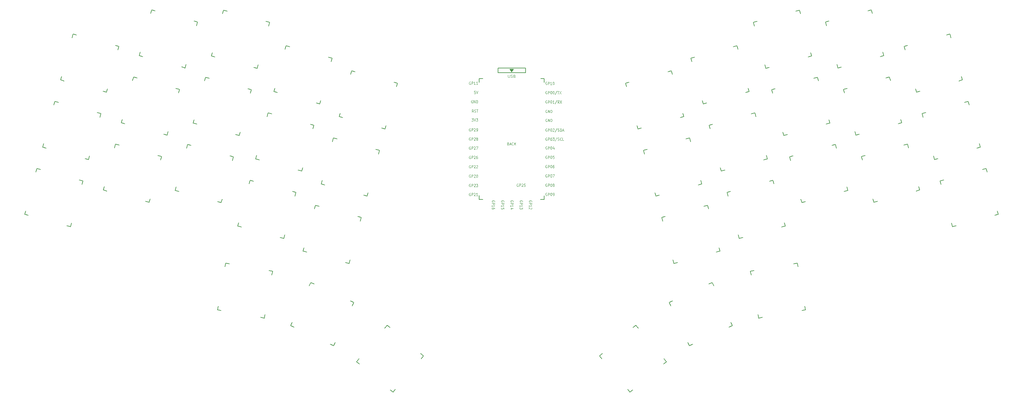
<source format=gbr>
%TF.GenerationSoftware,KiCad,Pcbnew,8.0.1*%
%TF.CreationDate,2024-04-02T20:58:10+09:00*%
%TF.ProjectId,lazyboy36,6c617a79-626f-4793-9336-2e6b69636164,rev?*%
%TF.SameCoordinates,Original*%
%TF.FileFunction,Legend,Top*%
%TF.FilePolarity,Positive*%
%FSLAX46Y46*%
G04 Gerber Fmt 4.6, Leading zero omitted, Abs format (unit mm)*
G04 Created by KiCad (PCBNEW 8.0.1) date 2024-04-02 20:58:10*
%MOMM*%
%LPD*%
G01*
G04 APERTURE LIST*
%ADD10C,0.125000*%
%ADD11C,0.120000*%
%ADD12C,0.140000*%
%ADD13C,0.150000*%
G04 APERTURE END LIST*
D10*
X137616190Y-82255464D02*
X138030952Y-82255464D01*
X138030952Y-82255464D02*
X137807618Y-82541178D01*
X137807618Y-82541178D02*
X137903333Y-82541178D01*
X137903333Y-82541178D02*
X137967142Y-82576892D01*
X137967142Y-82576892D02*
X137999047Y-82612607D01*
X137999047Y-82612607D02*
X138030952Y-82684035D01*
X138030952Y-82684035D02*
X138030952Y-82862607D01*
X138030952Y-82862607D02*
X137999047Y-82934035D01*
X137999047Y-82934035D02*
X137967142Y-82969750D01*
X137967142Y-82969750D02*
X137903333Y-83005464D01*
X137903333Y-83005464D02*
X137711904Y-83005464D01*
X137711904Y-83005464D02*
X137648095Y-82969750D01*
X137648095Y-82969750D02*
X137616190Y-82934035D01*
X138222380Y-82255464D02*
X138445713Y-83005464D01*
X138445713Y-83005464D02*
X138669047Y-82255464D01*
X138828571Y-82255464D02*
X139243333Y-82255464D01*
X139243333Y-82255464D02*
X139019999Y-82541178D01*
X139019999Y-82541178D02*
X139115714Y-82541178D01*
X139115714Y-82541178D02*
X139179523Y-82576892D01*
X139179523Y-82576892D02*
X139211428Y-82612607D01*
X139211428Y-82612607D02*
X139243333Y-82684035D01*
X139243333Y-82684035D02*
X139243333Y-82862607D01*
X139243333Y-82862607D02*
X139211428Y-82934035D01*
X139211428Y-82934035D02*
X139179523Y-82969750D01*
X139179523Y-82969750D02*
X139115714Y-83005464D01*
X139115714Y-83005464D02*
X138924285Y-83005464D01*
X138924285Y-83005464D02*
X138860476Y-82969750D01*
X138860476Y-82969750D02*
X138828571Y-82934035D01*
X137265238Y-84991178D02*
X137201428Y-84955464D01*
X137201428Y-84955464D02*
X137105714Y-84955464D01*
X137105714Y-84955464D02*
X137010000Y-84991178D01*
X137010000Y-84991178D02*
X136946190Y-85062607D01*
X136946190Y-85062607D02*
X136914285Y-85134035D01*
X136914285Y-85134035D02*
X136882381Y-85276892D01*
X136882381Y-85276892D02*
X136882381Y-85384035D01*
X136882381Y-85384035D02*
X136914285Y-85526892D01*
X136914285Y-85526892D02*
X136946190Y-85598321D01*
X136946190Y-85598321D02*
X137010000Y-85669750D01*
X137010000Y-85669750D02*
X137105714Y-85705464D01*
X137105714Y-85705464D02*
X137169523Y-85705464D01*
X137169523Y-85705464D02*
X137265238Y-85669750D01*
X137265238Y-85669750D02*
X137297142Y-85634035D01*
X137297142Y-85634035D02*
X137297142Y-85384035D01*
X137297142Y-85384035D02*
X137169523Y-85384035D01*
X137584285Y-85705464D02*
X137584285Y-84955464D01*
X137584285Y-84955464D02*
X137839523Y-84955464D01*
X137839523Y-84955464D02*
X137903333Y-84991178D01*
X137903333Y-84991178D02*
X137935238Y-85026892D01*
X137935238Y-85026892D02*
X137967142Y-85098321D01*
X137967142Y-85098321D02*
X137967142Y-85205464D01*
X137967142Y-85205464D02*
X137935238Y-85276892D01*
X137935238Y-85276892D02*
X137903333Y-85312607D01*
X137903333Y-85312607D02*
X137839523Y-85348321D01*
X137839523Y-85348321D02*
X137584285Y-85348321D01*
X138222381Y-85026892D02*
X138254285Y-84991178D01*
X138254285Y-84991178D02*
X138318095Y-84955464D01*
X138318095Y-84955464D02*
X138477619Y-84955464D01*
X138477619Y-84955464D02*
X138541428Y-84991178D01*
X138541428Y-84991178D02*
X138573333Y-85026892D01*
X138573333Y-85026892D02*
X138605238Y-85098321D01*
X138605238Y-85098321D02*
X138605238Y-85169750D01*
X138605238Y-85169750D02*
X138573333Y-85276892D01*
X138573333Y-85276892D02*
X138190476Y-85705464D01*
X138190476Y-85705464D02*
X138605238Y-85705464D01*
X138924285Y-85705464D02*
X139051904Y-85705464D01*
X139051904Y-85705464D02*
X139115714Y-85669750D01*
X139115714Y-85669750D02*
X139147618Y-85634035D01*
X139147618Y-85634035D02*
X139211428Y-85526892D01*
X139211428Y-85526892D02*
X139243333Y-85384035D01*
X139243333Y-85384035D02*
X139243333Y-85098321D01*
X139243333Y-85098321D02*
X139211428Y-85026892D01*
X139211428Y-85026892D02*
X139179523Y-84991178D01*
X139179523Y-84991178D02*
X139115714Y-84955464D01*
X139115714Y-84955464D02*
X138988095Y-84955464D01*
X138988095Y-84955464D02*
X138924285Y-84991178D01*
X138924285Y-84991178D02*
X138892380Y-85026892D01*
X138892380Y-85026892D02*
X138860476Y-85098321D01*
X138860476Y-85098321D02*
X138860476Y-85276892D01*
X138860476Y-85276892D02*
X138892380Y-85348321D01*
X138892380Y-85348321D02*
X138924285Y-85384035D01*
X138924285Y-85384035D02*
X138988095Y-85419750D01*
X138988095Y-85419750D02*
X139115714Y-85419750D01*
X139115714Y-85419750D02*
X139179523Y-85384035D01*
X139179523Y-85384035D02*
X139211428Y-85348321D01*
X139211428Y-85348321D02*
X139243333Y-85276892D01*
X151468821Y-105073381D02*
X151504535Y-105009571D01*
X151504535Y-105009571D02*
X151504535Y-104913857D01*
X151504535Y-104913857D02*
X151468821Y-104818143D01*
X151468821Y-104818143D02*
X151397392Y-104754333D01*
X151397392Y-104754333D02*
X151325964Y-104722428D01*
X151325964Y-104722428D02*
X151183107Y-104690524D01*
X151183107Y-104690524D02*
X151075964Y-104690524D01*
X151075964Y-104690524D02*
X150933107Y-104722428D01*
X150933107Y-104722428D02*
X150861678Y-104754333D01*
X150861678Y-104754333D02*
X150790250Y-104818143D01*
X150790250Y-104818143D02*
X150754535Y-104913857D01*
X150754535Y-104913857D02*
X150754535Y-104977666D01*
X150754535Y-104977666D02*
X150790250Y-105073381D01*
X150790250Y-105073381D02*
X150825964Y-105105285D01*
X150825964Y-105105285D02*
X151075964Y-105105285D01*
X151075964Y-105105285D02*
X151075964Y-104977666D01*
X150754535Y-105392428D02*
X151504535Y-105392428D01*
X151504535Y-105392428D02*
X151504535Y-105647666D01*
X151504535Y-105647666D02*
X151468821Y-105711476D01*
X151468821Y-105711476D02*
X151433107Y-105743381D01*
X151433107Y-105743381D02*
X151361678Y-105775285D01*
X151361678Y-105775285D02*
X151254535Y-105775285D01*
X151254535Y-105775285D02*
X151183107Y-105743381D01*
X151183107Y-105743381D02*
X151147392Y-105711476D01*
X151147392Y-105711476D02*
X151111678Y-105647666D01*
X151111678Y-105647666D02*
X151111678Y-105392428D01*
X150754535Y-106413381D02*
X150754535Y-106030524D01*
X150754535Y-106221952D02*
X151504535Y-106221952D01*
X151504535Y-106221952D02*
X151397392Y-106158143D01*
X151397392Y-106158143D02*
X151325964Y-106094333D01*
X151325964Y-106094333D02*
X151290250Y-106030524D01*
X151504535Y-106636714D02*
X151504535Y-107051476D01*
X151504535Y-107051476D02*
X151218821Y-106828142D01*
X151218821Y-106828142D02*
X151218821Y-106923857D01*
X151218821Y-106923857D02*
X151183107Y-106987666D01*
X151183107Y-106987666D02*
X151147392Y-107019571D01*
X151147392Y-107019571D02*
X151075964Y-107051476D01*
X151075964Y-107051476D02*
X150897392Y-107051476D01*
X150897392Y-107051476D02*
X150825964Y-107019571D01*
X150825964Y-107019571D02*
X150790250Y-106987666D01*
X150790250Y-106987666D02*
X150754535Y-106923857D01*
X150754535Y-106923857D02*
X150754535Y-106732428D01*
X150754535Y-106732428D02*
X150790250Y-106668619D01*
X150790250Y-106668619D02*
X150825964Y-106636714D01*
X138637143Y-74705464D02*
X138318095Y-74705464D01*
X138318095Y-74705464D02*
X138286191Y-75062607D01*
X138286191Y-75062607D02*
X138318095Y-75026892D01*
X138318095Y-75026892D02*
X138381905Y-74991178D01*
X138381905Y-74991178D02*
X138541429Y-74991178D01*
X138541429Y-74991178D02*
X138605238Y-75026892D01*
X138605238Y-75026892D02*
X138637143Y-75062607D01*
X138637143Y-75062607D02*
X138669048Y-75134035D01*
X138669048Y-75134035D02*
X138669048Y-75312607D01*
X138669048Y-75312607D02*
X138637143Y-75384035D01*
X138637143Y-75384035D02*
X138605238Y-75419750D01*
X138605238Y-75419750D02*
X138541429Y-75455464D01*
X138541429Y-75455464D02*
X138381905Y-75455464D01*
X138381905Y-75455464D02*
X138318095Y-75419750D01*
X138318095Y-75419750D02*
X138286191Y-75384035D01*
X138860476Y-74705464D02*
X139083809Y-75455464D01*
X139083809Y-75455464D02*
X139307143Y-74705464D01*
X158182381Y-95041178D02*
X158118571Y-95005464D01*
X158118571Y-95005464D02*
X158022857Y-95005464D01*
X158022857Y-95005464D02*
X157927143Y-95041178D01*
X157927143Y-95041178D02*
X157863333Y-95112607D01*
X157863333Y-95112607D02*
X157831428Y-95184035D01*
X157831428Y-95184035D02*
X157799524Y-95326892D01*
X157799524Y-95326892D02*
X157799524Y-95434035D01*
X157799524Y-95434035D02*
X157831428Y-95576892D01*
X157831428Y-95576892D02*
X157863333Y-95648321D01*
X157863333Y-95648321D02*
X157927143Y-95719750D01*
X157927143Y-95719750D02*
X158022857Y-95755464D01*
X158022857Y-95755464D02*
X158086666Y-95755464D01*
X158086666Y-95755464D02*
X158182381Y-95719750D01*
X158182381Y-95719750D02*
X158214285Y-95684035D01*
X158214285Y-95684035D02*
X158214285Y-95434035D01*
X158214285Y-95434035D02*
X158086666Y-95434035D01*
X158501428Y-95755464D02*
X158501428Y-95005464D01*
X158501428Y-95005464D02*
X158756666Y-95005464D01*
X158756666Y-95005464D02*
X158820476Y-95041178D01*
X158820476Y-95041178D02*
X158852381Y-95076892D01*
X158852381Y-95076892D02*
X158884285Y-95148321D01*
X158884285Y-95148321D02*
X158884285Y-95255464D01*
X158884285Y-95255464D02*
X158852381Y-95326892D01*
X158852381Y-95326892D02*
X158820476Y-95362607D01*
X158820476Y-95362607D02*
X158756666Y-95398321D01*
X158756666Y-95398321D02*
X158501428Y-95398321D01*
X159299047Y-95005464D02*
X159362857Y-95005464D01*
X159362857Y-95005464D02*
X159426666Y-95041178D01*
X159426666Y-95041178D02*
X159458571Y-95076892D01*
X159458571Y-95076892D02*
X159490476Y-95148321D01*
X159490476Y-95148321D02*
X159522381Y-95291178D01*
X159522381Y-95291178D02*
X159522381Y-95469750D01*
X159522381Y-95469750D02*
X159490476Y-95612607D01*
X159490476Y-95612607D02*
X159458571Y-95684035D01*
X159458571Y-95684035D02*
X159426666Y-95719750D01*
X159426666Y-95719750D02*
X159362857Y-95755464D01*
X159362857Y-95755464D02*
X159299047Y-95755464D01*
X159299047Y-95755464D02*
X159235238Y-95719750D01*
X159235238Y-95719750D02*
X159203333Y-95684035D01*
X159203333Y-95684035D02*
X159171428Y-95612607D01*
X159171428Y-95612607D02*
X159139524Y-95469750D01*
X159139524Y-95469750D02*
X159139524Y-95291178D01*
X159139524Y-95291178D02*
X159171428Y-95148321D01*
X159171428Y-95148321D02*
X159203333Y-95076892D01*
X159203333Y-95076892D02*
X159235238Y-95041178D01*
X159235238Y-95041178D02*
X159299047Y-95005464D01*
X160096666Y-95005464D02*
X159969047Y-95005464D01*
X159969047Y-95005464D02*
X159905238Y-95041178D01*
X159905238Y-95041178D02*
X159873333Y-95076892D01*
X159873333Y-95076892D02*
X159809523Y-95184035D01*
X159809523Y-95184035D02*
X159777619Y-95326892D01*
X159777619Y-95326892D02*
X159777619Y-95612607D01*
X159777619Y-95612607D02*
X159809523Y-95684035D01*
X159809523Y-95684035D02*
X159841428Y-95719750D01*
X159841428Y-95719750D02*
X159905238Y-95755464D01*
X159905238Y-95755464D02*
X160032857Y-95755464D01*
X160032857Y-95755464D02*
X160096666Y-95719750D01*
X160096666Y-95719750D02*
X160128571Y-95684035D01*
X160128571Y-95684035D02*
X160160476Y-95612607D01*
X160160476Y-95612607D02*
X160160476Y-95434035D01*
X160160476Y-95434035D02*
X160128571Y-95362607D01*
X160128571Y-95362607D02*
X160096666Y-95326892D01*
X160096666Y-95326892D02*
X160032857Y-95291178D01*
X160032857Y-95291178D02*
X159905238Y-95291178D01*
X159905238Y-95291178D02*
X159841428Y-95326892D01*
X159841428Y-95326892D02*
X159809523Y-95362607D01*
X159809523Y-95362607D02*
X159777619Y-95434035D01*
X158182381Y-92491178D02*
X158118571Y-92455464D01*
X158118571Y-92455464D02*
X158022857Y-92455464D01*
X158022857Y-92455464D02*
X157927143Y-92491178D01*
X157927143Y-92491178D02*
X157863333Y-92562607D01*
X157863333Y-92562607D02*
X157831428Y-92634035D01*
X157831428Y-92634035D02*
X157799524Y-92776892D01*
X157799524Y-92776892D02*
X157799524Y-92884035D01*
X157799524Y-92884035D02*
X157831428Y-93026892D01*
X157831428Y-93026892D02*
X157863333Y-93098321D01*
X157863333Y-93098321D02*
X157927143Y-93169750D01*
X157927143Y-93169750D02*
X158022857Y-93205464D01*
X158022857Y-93205464D02*
X158086666Y-93205464D01*
X158086666Y-93205464D02*
X158182381Y-93169750D01*
X158182381Y-93169750D02*
X158214285Y-93134035D01*
X158214285Y-93134035D02*
X158214285Y-92884035D01*
X158214285Y-92884035D02*
X158086666Y-92884035D01*
X158501428Y-93205464D02*
X158501428Y-92455464D01*
X158501428Y-92455464D02*
X158756666Y-92455464D01*
X158756666Y-92455464D02*
X158820476Y-92491178D01*
X158820476Y-92491178D02*
X158852381Y-92526892D01*
X158852381Y-92526892D02*
X158884285Y-92598321D01*
X158884285Y-92598321D02*
X158884285Y-92705464D01*
X158884285Y-92705464D02*
X158852381Y-92776892D01*
X158852381Y-92776892D02*
X158820476Y-92812607D01*
X158820476Y-92812607D02*
X158756666Y-92848321D01*
X158756666Y-92848321D02*
X158501428Y-92848321D01*
X159299047Y-92455464D02*
X159362857Y-92455464D01*
X159362857Y-92455464D02*
X159426666Y-92491178D01*
X159426666Y-92491178D02*
X159458571Y-92526892D01*
X159458571Y-92526892D02*
X159490476Y-92598321D01*
X159490476Y-92598321D02*
X159522381Y-92741178D01*
X159522381Y-92741178D02*
X159522381Y-92919750D01*
X159522381Y-92919750D02*
X159490476Y-93062607D01*
X159490476Y-93062607D02*
X159458571Y-93134035D01*
X159458571Y-93134035D02*
X159426666Y-93169750D01*
X159426666Y-93169750D02*
X159362857Y-93205464D01*
X159362857Y-93205464D02*
X159299047Y-93205464D01*
X159299047Y-93205464D02*
X159235238Y-93169750D01*
X159235238Y-93169750D02*
X159203333Y-93134035D01*
X159203333Y-93134035D02*
X159171428Y-93062607D01*
X159171428Y-93062607D02*
X159139524Y-92919750D01*
X159139524Y-92919750D02*
X159139524Y-92741178D01*
X159139524Y-92741178D02*
X159171428Y-92598321D01*
X159171428Y-92598321D02*
X159203333Y-92526892D01*
X159203333Y-92526892D02*
X159235238Y-92491178D01*
X159235238Y-92491178D02*
X159299047Y-92455464D01*
X160128571Y-92455464D02*
X159809523Y-92455464D01*
X159809523Y-92455464D02*
X159777619Y-92812607D01*
X159777619Y-92812607D02*
X159809523Y-92776892D01*
X159809523Y-92776892D02*
X159873333Y-92741178D01*
X159873333Y-92741178D02*
X160032857Y-92741178D01*
X160032857Y-92741178D02*
X160096666Y-92776892D01*
X160096666Y-92776892D02*
X160128571Y-92812607D01*
X160128571Y-92812607D02*
X160160476Y-92884035D01*
X160160476Y-92884035D02*
X160160476Y-93062607D01*
X160160476Y-93062607D02*
X160128571Y-93134035D01*
X160128571Y-93134035D02*
X160096666Y-93169750D01*
X160096666Y-93169750D02*
X160032857Y-93205464D01*
X160032857Y-93205464D02*
X159873333Y-93205464D01*
X159873333Y-93205464D02*
X159809523Y-93169750D01*
X159809523Y-93169750D02*
X159777619Y-93134035D01*
X143848821Y-105073381D02*
X143884535Y-105009571D01*
X143884535Y-105009571D02*
X143884535Y-104913857D01*
X143884535Y-104913857D02*
X143848821Y-104818143D01*
X143848821Y-104818143D02*
X143777392Y-104754333D01*
X143777392Y-104754333D02*
X143705964Y-104722428D01*
X143705964Y-104722428D02*
X143563107Y-104690524D01*
X143563107Y-104690524D02*
X143455964Y-104690524D01*
X143455964Y-104690524D02*
X143313107Y-104722428D01*
X143313107Y-104722428D02*
X143241678Y-104754333D01*
X143241678Y-104754333D02*
X143170250Y-104818143D01*
X143170250Y-104818143D02*
X143134535Y-104913857D01*
X143134535Y-104913857D02*
X143134535Y-104977666D01*
X143134535Y-104977666D02*
X143170250Y-105073381D01*
X143170250Y-105073381D02*
X143205964Y-105105285D01*
X143205964Y-105105285D02*
X143455964Y-105105285D01*
X143455964Y-105105285D02*
X143455964Y-104977666D01*
X143134535Y-105392428D02*
X143884535Y-105392428D01*
X143884535Y-105392428D02*
X143884535Y-105647666D01*
X143884535Y-105647666D02*
X143848821Y-105711476D01*
X143848821Y-105711476D02*
X143813107Y-105743381D01*
X143813107Y-105743381D02*
X143741678Y-105775285D01*
X143741678Y-105775285D02*
X143634535Y-105775285D01*
X143634535Y-105775285D02*
X143563107Y-105743381D01*
X143563107Y-105743381D02*
X143527392Y-105711476D01*
X143527392Y-105711476D02*
X143491678Y-105647666D01*
X143491678Y-105647666D02*
X143491678Y-105392428D01*
X143134535Y-106413381D02*
X143134535Y-106030524D01*
X143134535Y-106221952D02*
X143884535Y-106221952D01*
X143884535Y-106221952D02*
X143777392Y-106158143D01*
X143777392Y-106158143D02*
X143705964Y-106094333D01*
X143705964Y-106094333D02*
X143670250Y-106030524D01*
X143884535Y-106987666D02*
X143884535Y-106860047D01*
X143884535Y-106860047D02*
X143848821Y-106796238D01*
X143848821Y-106796238D02*
X143813107Y-106764333D01*
X143813107Y-106764333D02*
X143705964Y-106700523D01*
X143705964Y-106700523D02*
X143563107Y-106668619D01*
X143563107Y-106668619D02*
X143277392Y-106668619D01*
X143277392Y-106668619D02*
X143205964Y-106700523D01*
X143205964Y-106700523D02*
X143170250Y-106732428D01*
X143170250Y-106732428D02*
X143134535Y-106796238D01*
X143134535Y-106796238D02*
X143134535Y-106923857D01*
X143134535Y-106923857D02*
X143170250Y-106987666D01*
X143170250Y-106987666D02*
X143205964Y-107019571D01*
X143205964Y-107019571D02*
X143277392Y-107051476D01*
X143277392Y-107051476D02*
X143455964Y-107051476D01*
X143455964Y-107051476D02*
X143527392Y-107019571D01*
X143527392Y-107019571D02*
X143563107Y-106987666D01*
X143563107Y-106987666D02*
X143598821Y-106923857D01*
X143598821Y-106923857D02*
X143598821Y-106796238D01*
X143598821Y-106796238D02*
X143563107Y-106732428D01*
X143563107Y-106732428D02*
X143527392Y-106700523D01*
X143527392Y-106700523D02*
X143455964Y-106668619D01*
X158182381Y-89941178D02*
X158118571Y-89905464D01*
X158118571Y-89905464D02*
X158022857Y-89905464D01*
X158022857Y-89905464D02*
X157927143Y-89941178D01*
X157927143Y-89941178D02*
X157863333Y-90012607D01*
X157863333Y-90012607D02*
X157831428Y-90084035D01*
X157831428Y-90084035D02*
X157799524Y-90226892D01*
X157799524Y-90226892D02*
X157799524Y-90334035D01*
X157799524Y-90334035D02*
X157831428Y-90476892D01*
X157831428Y-90476892D02*
X157863333Y-90548321D01*
X157863333Y-90548321D02*
X157927143Y-90619750D01*
X157927143Y-90619750D02*
X158022857Y-90655464D01*
X158022857Y-90655464D02*
X158086666Y-90655464D01*
X158086666Y-90655464D02*
X158182381Y-90619750D01*
X158182381Y-90619750D02*
X158214285Y-90584035D01*
X158214285Y-90584035D02*
X158214285Y-90334035D01*
X158214285Y-90334035D02*
X158086666Y-90334035D01*
X158501428Y-90655464D02*
X158501428Y-89905464D01*
X158501428Y-89905464D02*
X158756666Y-89905464D01*
X158756666Y-89905464D02*
X158820476Y-89941178D01*
X158820476Y-89941178D02*
X158852381Y-89976892D01*
X158852381Y-89976892D02*
X158884285Y-90048321D01*
X158884285Y-90048321D02*
X158884285Y-90155464D01*
X158884285Y-90155464D02*
X158852381Y-90226892D01*
X158852381Y-90226892D02*
X158820476Y-90262607D01*
X158820476Y-90262607D02*
X158756666Y-90298321D01*
X158756666Y-90298321D02*
X158501428Y-90298321D01*
X159299047Y-89905464D02*
X159362857Y-89905464D01*
X159362857Y-89905464D02*
X159426666Y-89941178D01*
X159426666Y-89941178D02*
X159458571Y-89976892D01*
X159458571Y-89976892D02*
X159490476Y-90048321D01*
X159490476Y-90048321D02*
X159522381Y-90191178D01*
X159522381Y-90191178D02*
X159522381Y-90369750D01*
X159522381Y-90369750D02*
X159490476Y-90512607D01*
X159490476Y-90512607D02*
X159458571Y-90584035D01*
X159458571Y-90584035D02*
X159426666Y-90619750D01*
X159426666Y-90619750D02*
X159362857Y-90655464D01*
X159362857Y-90655464D02*
X159299047Y-90655464D01*
X159299047Y-90655464D02*
X159235238Y-90619750D01*
X159235238Y-90619750D02*
X159203333Y-90584035D01*
X159203333Y-90584035D02*
X159171428Y-90512607D01*
X159171428Y-90512607D02*
X159139524Y-90369750D01*
X159139524Y-90369750D02*
X159139524Y-90191178D01*
X159139524Y-90191178D02*
X159171428Y-90048321D01*
X159171428Y-90048321D02*
X159203333Y-89976892D01*
X159203333Y-89976892D02*
X159235238Y-89941178D01*
X159235238Y-89941178D02*
X159299047Y-89905464D01*
X160096666Y-90155464D02*
X160096666Y-90655464D01*
X159937142Y-89869750D02*
X159777619Y-90405464D01*
X159777619Y-90405464D02*
X160192380Y-90405464D01*
X158182381Y-85041178D02*
X158118571Y-85005464D01*
X158118571Y-85005464D02*
X158022857Y-85005464D01*
X158022857Y-85005464D02*
X157927143Y-85041178D01*
X157927143Y-85041178D02*
X157863333Y-85112607D01*
X157863333Y-85112607D02*
X157831428Y-85184035D01*
X157831428Y-85184035D02*
X157799524Y-85326892D01*
X157799524Y-85326892D02*
X157799524Y-85434035D01*
X157799524Y-85434035D02*
X157831428Y-85576892D01*
X157831428Y-85576892D02*
X157863333Y-85648321D01*
X157863333Y-85648321D02*
X157927143Y-85719750D01*
X157927143Y-85719750D02*
X158022857Y-85755464D01*
X158022857Y-85755464D02*
X158086666Y-85755464D01*
X158086666Y-85755464D02*
X158182381Y-85719750D01*
X158182381Y-85719750D02*
X158214285Y-85684035D01*
X158214285Y-85684035D02*
X158214285Y-85434035D01*
X158214285Y-85434035D02*
X158086666Y-85434035D01*
X158501428Y-85755464D02*
X158501428Y-85005464D01*
X158501428Y-85005464D02*
X158756666Y-85005464D01*
X158756666Y-85005464D02*
X158820476Y-85041178D01*
X158820476Y-85041178D02*
X158852381Y-85076892D01*
X158852381Y-85076892D02*
X158884285Y-85148321D01*
X158884285Y-85148321D02*
X158884285Y-85255464D01*
X158884285Y-85255464D02*
X158852381Y-85326892D01*
X158852381Y-85326892D02*
X158820476Y-85362607D01*
X158820476Y-85362607D02*
X158756666Y-85398321D01*
X158756666Y-85398321D02*
X158501428Y-85398321D01*
X159299047Y-85005464D02*
X159362857Y-85005464D01*
X159362857Y-85005464D02*
X159426666Y-85041178D01*
X159426666Y-85041178D02*
X159458571Y-85076892D01*
X159458571Y-85076892D02*
X159490476Y-85148321D01*
X159490476Y-85148321D02*
X159522381Y-85291178D01*
X159522381Y-85291178D02*
X159522381Y-85469750D01*
X159522381Y-85469750D02*
X159490476Y-85612607D01*
X159490476Y-85612607D02*
X159458571Y-85684035D01*
X159458571Y-85684035D02*
X159426666Y-85719750D01*
X159426666Y-85719750D02*
X159362857Y-85755464D01*
X159362857Y-85755464D02*
X159299047Y-85755464D01*
X159299047Y-85755464D02*
X159235238Y-85719750D01*
X159235238Y-85719750D02*
X159203333Y-85684035D01*
X159203333Y-85684035D02*
X159171428Y-85612607D01*
X159171428Y-85612607D02*
X159139524Y-85469750D01*
X159139524Y-85469750D02*
X159139524Y-85291178D01*
X159139524Y-85291178D02*
X159171428Y-85148321D01*
X159171428Y-85148321D02*
X159203333Y-85076892D01*
X159203333Y-85076892D02*
X159235238Y-85041178D01*
X159235238Y-85041178D02*
X159299047Y-85005464D01*
X159777619Y-85076892D02*
X159809523Y-85041178D01*
X159809523Y-85041178D02*
X159873333Y-85005464D01*
X159873333Y-85005464D02*
X160032857Y-85005464D01*
X160032857Y-85005464D02*
X160096666Y-85041178D01*
X160096666Y-85041178D02*
X160128571Y-85076892D01*
X160128571Y-85076892D02*
X160160476Y-85148321D01*
X160160476Y-85148321D02*
X160160476Y-85219750D01*
X160160476Y-85219750D02*
X160128571Y-85326892D01*
X160128571Y-85326892D02*
X159745714Y-85755464D01*
X159745714Y-85755464D02*
X160160476Y-85755464D01*
X160926190Y-84969750D02*
X160351904Y-85934035D01*
X161117619Y-85719750D02*
X161213333Y-85755464D01*
X161213333Y-85755464D02*
X161372857Y-85755464D01*
X161372857Y-85755464D02*
X161436666Y-85719750D01*
X161436666Y-85719750D02*
X161468571Y-85684035D01*
X161468571Y-85684035D02*
X161500476Y-85612607D01*
X161500476Y-85612607D02*
X161500476Y-85541178D01*
X161500476Y-85541178D02*
X161468571Y-85469750D01*
X161468571Y-85469750D02*
X161436666Y-85434035D01*
X161436666Y-85434035D02*
X161372857Y-85398321D01*
X161372857Y-85398321D02*
X161245238Y-85362607D01*
X161245238Y-85362607D02*
X161181428Y-85326892D01*
X161181428Y-85326892D02*
X161149523Y-85291178D01*
X161149523Y-85291178D02*
X161117619Y-85219750D01*
X161117619Y-85219750D02*
X161117619Y-85148321D01*
X161117619Y-85148321D02*
X161149523Y-85076892D01*
X161149523Y-85076892D02*
X161181428Y-85041178D01*
X161181428Y-85041178D02*
X161245238Y-85005464D01*
X161245238Y-85005464D02*
X161404761Y-85005464D01*
X161404761Y-85005464D02*
X161500476Y-85041178D01*
X161787618Y-85755464D02*
X161787618Y-85005464D01*
X161787618Y-85005464D02*
X161947142Y-85005464D01*
X161947142Y-85005464D02*
X162042856Y-85041178D01*
X162042856Y-85041178D02*
X162106666Y-85112607D01*
X162106666Y-85112607D02*
X162138571Y-85184035D01*
X162138571Y-85184035D02*
X162170475Y-85326892D01*
X162170475Y-85326892D02*
X162170475Y-85434035D01*
X162170475Y-85434035D02*
X162138571Y-85576892D01*
X162138571Y-85576892D02*
X162106666Y-85648321D01*
X162106666Y-85648321D02*
X162042856Y-85719750D01*
X162042856Y-85719750D02*
X161947142Y-85755464D01*
X161947142Y-85755464D02*
X161787618Y-85755464D01*
X162425714Y-85541178D02*
X162744761Y-85541178D01*
X162361904Y-85755464D02*
X162585237Y-85005464D01*
X162585237Y-85005464D02*
X162808571Y-85755464D01*
X137265238Y-87491178D02*
X137201428Y-87455464D01*
X137201428Y-87455464D02*
X137105714Y-87455464D01*
X137105714Y-87455464D02*
X137010000Y-87491178D01*
X137010000Y-87491178D02*
X136946190Y-87562607D01*
X136946190Y-87562607D02*
X136914285Y-87634035D01*
X136914285Y-87634035D02*
X136882381Y-87776892D01*
X136882381Y-87776892D02*
X136882381Y-87884035D01*
X136882381Y-87884035D02*
X136914285Y-88026892D01*
X136914285Y-88026892D02*
X136946190Y-88098321D01*
X136946190Y-88098321D02*
X137010000Y-88169750D01*
X137010000Y-88169750D02*
X137105714Y-88205464D01*
X137105714Y-88205464D02*
X137169523Y-88205464D01*
X137169523Y-88205464D02*
X137265238Y-88169750D01*
X137265238Y-88169750D02*
X137297142Y-88134035D01*
X137297142Y-88134035D02*
X137297142Y-87884035D01*
X137297142Y-87884035D02*
X137169523Y-87884035D01*
X137584285Y-88205464D02*
X137584285Y-87455464D01*
X137584285Y-87455464D02*
X137839523Y-87455464D01*
X137839523Y-87455464D02*
X137903333Y-87491178D01*
X137903333Y-87491178D02*
X137935238Y-87526892D01*
X137935238Y-87526892D02*
X137967142Y-87598321D01*
X137967142Y-87598321D02*
X137967142Y-87705464D01*
X137967142Y-87705464D02*
X137935238Y-87776892D01*
X137935238Y-87776892D02*
X137903333Y-87812607D01*
X137903333Y-87812607D02*
X137839523Y-87848321D01*
X137839523Y-87848321D02*
X137584285Y-87848321D01*
X138222381Y-87526892D02*
X138254285Y-87491178D01*
X138254285Y-87491178D02*
X138318095Y-87455464D01*
X138318095Y-87455464D02*
X138477619Y-87455464D01*
X138477619Y-87455464D02*
X138541428Y-87491178D01*
X138541428Y-87491178D02*
X138573333Y-87526892D01*
X138573333Y-87526892D02*
X138605238Y-87598321D01*
X138605238Y-87598321D02*
X138605238Y-87669750D01*
X138605238Y-87669750D02*
X138573333Y-87776892D01*
X138573333Y-87776892D02*
X138190476Y-88205464D01*
X138190476Y-88205464D02*
X138605238Y-88205464D01*
X138988095Y-87776892D02*
X138924285Y-87741178D01*
X138924285Y-87741178D02*
X138892380Y-87705464D01*
X138892380Y-87705464D02*
X138860476Y-87634035D01*
X138860476Y-87634035D02*
X138860476Y-87598321D01*
X138860476Y-87598321D02*
X138892380Y-87526892D01*
X138892380Y-87526892D02*
X138924285Y-87491178D01*
X138924285Y-87491178D02*
X138988095Y-87455464D01*
X138988095Y-87455464D02*
X139115714Y-87455464D01*
X139115714Y-87455464D02*
X139179523Y-87491178D01*
X139179523Y-87491178D02*
X139211428Y-87526892D01*
X139211428Y-87526892D02*
X139243333Y-87598321D01*
X139243333Y-87598321D02*
X139243333Y-87634035D01*
X139243333Y-87634035D02*
X139211428Y-87705464D01*
X139211428Y-87705464D02*
X139179523Y-87741178D01*
X139179523Y-87741178D02*
X139115714Y-87776892D01*
X139115714Y-87776892D02*
X138988095Y-87776892D01*
X138988095Y-87776892D02*
X138924285Y-87812607D01*
X138924285Y-87812607D02*
X138892380Y-87848321D01*
X138892380Y-87848321D02*
X138860476Y-87919750D01*
X138860476Y-87919750D02*
X138860476Y-88062607D01*
X138860476Y-88062607D02*
X138892380Y-88134035D01*
X138892380Y-88134035D02*
X138924285Y-88169750D01*
X138924285Y-88169750D02*
X138988095Y-88205464D01*
X138988095Y-88205464D02*
X139115714Y-88205464D01*
X139115714Y-88205464D02*
X139179523Y-88169750D01*
X139179523Y-88169750D02*
X139211428Y-88134035D01*
X139211428Y-88134035D02*
X139243333Y-88062607D01*
X139243333Y-88062607D02*
X139243333Y-87919750D01*
X139243333Y-87919750D02*
X139211428Y-87848321D01*
X139211428Y-87848321D02*
X139179523Y-87812607D01*
X139179523Y-87812607D02*
X139115714Y-87776892D01*
X137265238Y-95091178D02*
X137201428Y-95055464D01*
X137201428Y-95055464D02*
X137105714Y-95055464D01*
X137105714Y-95055464D02*
X137010000Y-95091178D01*
X137010000Y-95091178D02*
X136946190Y-95162607D01*
X136946190Y-95162607D02*
X136914285Y-95234035D01*
X136914285Y-95234035D02*
X136882381Y-95376892D01*
X136882381Y-95376892D02*
X136882381Y-95484035D01*
X136882381Y-95484035D02*
X136914285Y-95626892D01*
X136914285Y-95626892D02*
X136946190Y-95698321D01*
X136946190Y-95698321D02*
X137010000Y-95769750D01*
X137010000Y-95769750D02*
X137105714Y-95805464D01*
X137105714Y-95805464D02*
X137169523Y-95805464D01*
X137169523Y-95805464D02*
X137265238Y-95769750D01*
X137265238Y-95769750D02*
X137297142Y-95734035D01*
X137297142Y-95734035D02*
X137297142Y-95484035D01*
X137297142Y-95484035D02*
X137169523Y-95484035D01*
X137584285Y-95805464D02*
X137584285Y-95055464D01*
X137584285Y-95055464D02*
X137839523Y-95055464D01*
X137839523Y-95055464D02*
X137903333Y-95091178D01*
X137903333Y-95091178D02*
X137935238Y-95126892D01*
X137935238Y-95126892D02*
X137967142Y-95198321D01*
X137967142Y-95198321D02*
X137967142Y-95305464D01*
X137967142Y-95305464D02*
X137935238Y-95376892D01*
X137935238Y-95376892D02*
X137903333Y-95412607D01*
X137903333Y-95412607D02*
X137839523Y-95448321D01*
X137839523Y-95448321D02*
X137584285Y-95448321D01*
X138222381Y-95126892D02*
X138254285Y-95091178D01*
X138254285Y-95091178D02*
X138318095Y-95055464D01*
X138318095Y-95055464D02*
X138477619Y-95055464D01*
X138477619Y-95055464D02*
X138541428Y-95091178D01*
X138541428Y-95091178D02*
X138573333Y-95126892D01*
X138573333Y-95126892D02*
X138605238Y-95198321D01*
X138605238Y-95198321D02*
X138605238Y-95269750D01*
X138605238Y-95269750D02*
X138573333Y-95376892D01*
X138573333Y-95376892D02*
X138190476Y-95805464D01*
X138190476Y-95805464D02*
X138605238Y-95805464D01*
X138860476Y-95126892D02*
X138892380Y-95091178D01*
X138892380Y-95091178D02*
X138956190Y-95055464D01*
X138956190Y-95055464D02*
X139115714Y-95055464D01*
X139115714Y-95055464D02*
X139179523Y-95091178D01*
X139179523Y-95091178D02*
X139211428Y-95126892D01*
X139211428Y-95126892D02*
X139243333Y-95198321D01*
X139243333Y-95198321D02*
X139243333Y-95269750D01*
X139243333Y-95269750D02*
X139211428Y-95376892D01*
X139211428Y-95376892D02*
X138828571Y-95805464D01*
X138828571Y-95805464D02*
X139243333Y-95805464D01*
X137265238Y-89991178D02*
X137201428Y-89955464D01*
X137201428Y-89955464D02*
X137105714Y-89955464D01*
X137105714Y-89955464D02*
X137010000Y-89991178D01*
X137010000Y-89991178D02*
X136946190Y-90062607D01*
X136946190Y-90062607D02*
X136914285Y-90134035D01*
X136914285Y-90134035D02*
X136882381Y-90276892D01*
X136882381Y-90276892D02*
X136882381Y-90384035D01*
X136882381Y-90384035D02*
X136914285Y-90526892D01*
X136914285Y-90526892D02*
X136946190Y-90598321D01*
X136946190Y-90598321D02*
X137010000Y-90669750D01*
X137010000Y-90669750D02*
X137105714Y-90705464D01*
X137105714Y-90705464D02*
X137169523Y-90705464D01*
X137169523Y-90705464D02*
X137265238Y-90669750D01*
X137265238Y-90669750D02*
X137297142Y-90634035D01*
X137297142Y-90634035D02*
X137297142Y-90384035D01*
X137297142Y-90384035D02*
X137169523Y-90384035D01*
X137584285Y-90705464D02*
X137584285Y-89955464D01*
X137584285Y-89955464D02*
X137839523Y-89955464D01*
X137839523Y-89955464D02*
X137903333Y-89991178D01*
X137903333Y-89991178D02*
X137935238Y-90026892D01*
X137935238Y-90026892D02*
X137967142Y-90098321D01*
X137967142Y-90098321D02*
X137967142Y-90205464D01*
X137967142Y-90205464D02*
X137935238Y-90276892D01*
X137935238Y-90276892D02*
X137903333Y-90312607D01*
X137903333Y-90312607D02*
X137839523Y-90348321D01*
X137839523Y-90348321D02*
X137584285Y-90348321D01*
X138222381Y-90026892D02*
X138254285Y-89991178D01*
X138254285Y-89991178D02*
X138318095Y-89955464D01*
X138318095Y-89955464D02*
X138477619Y-89955464D01*
X138477619Y-89955464D02*
X138541428Y-89991178D01*
X138541428Y-89991178D02*
X138573333Y-90026892D01*
X138573333Y-90026892D02*
X138605238Y-90098321D01*
X138605238Y-90098321D02*
X138605238Y-90169750D01*
X138605238Y-90169750D02*
X138573333Y-90276892D01*
X138573333Y-90276892D02*
X138190476Y-90705464D01*
X138190476Y-90705464D02*
X138605238Y-90705464D01*
X138828571Y-89955464D02*
X139275237Y-89955464D01*
X139275237Y-89955464D02*
X138988095Y-90705464D01*
X158182381Y-77341178D02*
X158118571Y-77305464D01*
X158118571Y-77305464D02*
X158022857Y-77305464D01*
X158022857Y-77305464D02*
X157927143Y-77341178D01*
X157927143Y-77341178D02*
X157863333Y-77412607D01*
X157863333Y-77412607D02*
X157831428Y-77484035D01*
X157831428Y-77484035D02*
X157799524Y-77626892D01*
X157799524Y-77626892D02*
X157799524Y-77734035D01*
X157799524Y-77734035D02*
X157831428Y-77876892D01*
X157831428Y-77876892D02*
X157863333Y-77948321D01*
X157863333Y-77948321D02*
X157927143Y-78019750D01*
X157927143Y-78019750D02*
X158022857Y-78055464D01*
X158022857Y-78055464D02*
X158086666Y-78055464D01*
X158086666Y-78055464D02*
X158182381Y-78019750D01*
X158182381Y-78019750D02*
X158214285Y-77984035D01*
X158214285Y-77984035D02*
X158214285Y-77734035D01*
X158214285Y-77734035D02*
X158086666Y-77734035D01*
X158501428Y-78055464D02*
X158501428Y-77305464D01*
X158501428Y-77305464D02*
X158756666Y-77305464D01*
X158756666Y-77305464D02*
X158820476Y-77341178D01*
X158820476Y-77341178D02*
X158852381Y-77376892D01*
X158852381Y-77376892D02*
X158884285Y-77448321D01*
X158884285Y-77448321D02*
X158884285Y-77555464D01*
X158884285Y-77555464D02*
X158852381Y-77626892D01*
X158852381Y-77626892D02*
X158820476Y-77662607D01*
X158820476Y-77662607D02*
X158756666Y-77698321D01*
X158756666Y-77698321D02*
X158501428Y-77698321D01*
X159299047Y-77305464D02*
X159362857Y-77305464D01*
X159362857Y-77305464D02*
X159426666Y-77341178D01*
X159426666Y-77341178D02*
X159458571Y-77376892D01*
X159458571Y-77376892D02*
X159490476Y-77448321D01*
X159490476Y-77448321D02*
X159522381Y-77591178D01*
X159522381Y-77591178D02*
X159522381Y-77769750D01*
X159522381Y-77769750D02*
X159490476Y-77912607D01*
X159490476Y-77912607D02*
X159458571Y-77984035D01*
X159458571Y-77984035D02*
X159426666Y-78019750D01*
X159426666Y-78019750D02*
X159362857Y-78055464D01*
X159362857Y-78055464D02*
X159299047Y-78055464D01*
X159299047Y-78055464D02*
X159235238Y-78019750D01*
X159235238Y-78019750D02*
X159203333Y-77984035D01*
X159203333Y-77984035D02*
X159171428Y-77912607D01*
X159171428Y-77912607D02*
X159139524Y-77769750D01*
X159139524Y-77769750D02*
X159139524Y-77591178D01*
X159139524Y-77591178D02*
X159171428Y-77448321D01*
X159171428Y-77448321D02*
X159203333Y-77376892D01*
X159203333Y-77376892D02*
X159235238Y-77341178D01*
X159235238Y-77341178D02*
X159299047Y-77305464D01*
X160160476Y-78055464D02*
X159777619Y-78055464D01*
X159969047Y-78055464D02*
X159969047Y-77305464D01*
X159969047Y-77305464D02*
X159905238Y-77412607D01*
X159905238Y-77412607D02*
X159841428Y-77484035D01*
X159841428Y-77484035D02*
X159777619Y-77519750D01*
X160926190Y-77269750D02*
X160351904Y-78234035D01*
X161532380Y-78055464D02*
X161309047Y-77698321D01*
X161149523Y-78055464D02*
X161149523Y-77305464D01*
X161149523Y-77305464D02*
X161404761Y-77305464D01*
X161404761Y-77305464D02*
X161468571Y-77341178D01*
X161468571Y-77341178D02*
X161500476Y-77376892D01*
X161500476Y-77376892D02*
X161532380Y-77448321D01*
X161532380Y-77448321D02*
X161532380Y-77555464D01*
X161532380Y-77555464D02*
X161500476Y-77626892D01*
X161500476Y-77626892D02*
X161468571Y-77662607D01*
X161468571Y-77662607D02*
X161404761Y-77698321D01*
X161404761Y-77698321D02*
X161149523Y-77698321D01*
X161755714Y-77305464D02*
X162202380Y-78055464D01*
X162202380Y-77305464D02*
X161755714Y-78055464D01*
X158182382Y-82391178D02*
X158118572Y-82355464D01*
X158118572Y-82355464D02*
X158022858Y-82355464D01*
X158022858Y-82355464D02*
X157927144Y-82391178D01*
X157927144Y-82391178D02*
X157863334Y-82462607D01*
X157863334Y-82462607D02*
X157831429Y-82534035D01*
X157831429Y-82534035D02*
X157799525Y-82676892D01*
X157799525Y-82676892D02*
X157799525Y-82784035D01*
X157799525Y-82784035D02*
X157831429Y-82926892D01*
X157831429Y-82926892D02*
X157863334Y-82998321D01*
X157863334Y-82998321D02*
X157927144Y-83069750D01*
X157927144Y-83069750D02*
X158022858Y-83105464D01*
X158022858Y-83105464D02*
X158086667Y-83105464D01*
X158086667Y-83105464D02*
X158182382Y-83069750D01*
X158182382Y-83069750D02*
X158214286Y-83034035D01*
X158214286Y-83034035D02*
X158214286Y-82784035D01*
X158214286Y-82784035D02*
X158086667Y-82784035D01*
X158501429Y-83105464D02*
X158501429Y-82355464D01*
X158501429Y-82355464D02*
X158884286Y-83105464D01*
X158884286Y-83105464D02*
X158884286Y-82355464D01*
X159203334Y-83105464D02*
X159203334Y-82355464D01*
X159203334Y-82355464D02*
X159362858Y-82355464D01*
X159362858Y-82355464D02*
X159458572Y-82391178D01*
X159458572Y-82391178D02*
X159522382Y-82462607D01*
X159522382Y-82462607D02*
X159554287Y-82534035D01*
X159554287Y-82534035D02*
X159586191Y-82676892D01*
X159586191Y-82676892D02*
X159586191Y-82784035D01*
X159586191Y-82784035D02*
X159554287Y-82926892D01*
X159554287Y-82926892D02*
X159522382Y-82998321D01*
X159522382Y-82998321D02*
X159458572Y-83069750D01*
X159458572Y-83069750D02*
X159362858Y-83105464D01*
X159362858Y-83105464D02*
X159203334Y-83105464D01*
X158182381Y-100141178D02*
X158118571Y-100105464D01*
X158118571Y-100105464D02*
X158022857Y-100105464D01*
X158022857Y-100105464D02*
X157927143Y-100141178D01*
X157927143Y-100141178D02*
X157863333Y-100212607D01*
X157863333Y-100212607D02*
X157831428Y-100284035D01*
X157831428Y-100284035D02*
X157799524Y-100426892D01*
X157799524Y-100426892D02*
X157799524Y-100534035D01*
X157799524Y-100534035D02*
X157831428Y-100676892D01*
X157831428Y-100676892D02*
X157863333Y-100748321D01*
X157863333Y-100748321D02*
X157927143Y-100819750D01*
X157927143Y-100819750D02*
X158022857Y-100855464D01*
X158022857Y-100855464D02*
X158086666Y-100855464D01*
X158086666Y-100855464D02*
X158182381Y-100819750D01*
X158182381Y-100819750D02*
X158214285Y-100784035D01*
X158214285Y-100784035D02*
X158214285Y-100534035D01*
X158214285Y-100534035D02*
X158086666Y-100534035D01*
X158501428Y-100855464D02*
X158501428Y-100105464D01*
X158501428Y-100105464D02*
X158756666Y-100105464D01*
X158756666Y-100105464D02*
X158820476Y-100141178D01*
X158820476Y-100141178D02*
X158852381Y-100176892D01*
X158852381Y-100176892D02*
X158884285Y-100248321D01*
X158884285Y-100248321D02*
X158884285Y-100355464D01*
X158884285Y-100355464D02*
X158852381Y-100426892D01*
X158852381Y-100426892D02*
X158820476Y-100462607D01*
X158820476Y-100462607D02*
X158756666Y-100498321D01*
X158756666Y-100498321D02*
X158501428Y-100498321D01*
X159299047Y-100105464D02*
X159362857Y-100105464D01*
X159362857Y-100105464D02*
X159426666Y-100141178D01*
X159426666Y-100141178D02*
X159458571Y-100176892D01*
X159458571Y-100176892D02*
X159490476Y-100248321D01*
X159490476Y-100248321D02*
X159522381Y-100391178D01*
X159522381Y-100391178D02*
X159522381Y-100569750D01*
X159522381Y-100569750D02*
X159490476Y-100712607D01*
X159490476Y-100712607D02*
X159458571Y-100784035D01*
X159458571Y-100784035D02*
X159426666Y-100819750D01*
X159426666Y-100819750D02*
X159362857Y-100855464D01*
X159362857Y-100855464D02*
X159299047Y-100855464D01*
X159299047Y-100855464D02*
X159235238Y-100819750D01*
X159235238Y-100819750D02*
X159203333Y-100784035D01*
X159203333Y-100784035D02*
X159171428Y-100712607D01*
X159171428Y-100712607D02*
X159139524Y-100569750D01*
X159139524Y-100569750D02*
X159139524Y-100391178D01*
X159139524Y-100391178D02*
X159171428Y-100248321D01*
X159171428Y-100248321D02*
X159203333Y-100176892D01*
X159203333Y-100176892D02*
X159235238Y-100141178D01*
X159235238Y-100141178D02*
X159299047Y-100105464D01*
X159905238Y-100426892D02*
X159841428Y-100391178D01*
X159841428Y-100391178D02*
X159809523Y-100355464D01*
X159809523Y-100355464D02*
X159777619Y-100284035D01*
X159777619Y-100284035D02*
X159777619Y-100248321D01*
X159777619Y-100248321D02*
X159809523Y-100176892D01*
X159809523Y-100176892D02*
X159841428Y-100141178D01*
X159841428Y-100141178D02*
X159905238Y-100105464D01*
X159905238Y-100105464D02*
X160032857Y-100105464D01*
X160032857Y-100105464D02*
X160096666Y-100141178D01*
X160096666Y-100141178D02*
X160128571Y-100176892D01*
X160128571Y-100176892D02*
X160160476Y-100248321D01*
X160160476Y-100248321D02*
X160160476Y-100284035D01*
X160160476Y-100284035D02*
X160128571Y-100355464D01*
X160128571Y-100355464D02*
X160096666Y-100391178D01*
X160096666Y-100391178D02*
X160032857Y-100426892D01*
X160032857Y-100426892D02*
X159905238Y-100426892D01*
X159905238Y-100426892D02*
X159841428Y-100462607D01*
X159841428Y-100462607D02*
X159809523Y-100498321D01*
X159809523Y-100498321D02*
X159777619Y-100569750D01*
X159777619Y-100569750D02*
X159777619Y-100712607D01*
X159777619Y-100712607D02*
X159809523Y-100784035D01*
X159809523Y-100784035D02*
X159841428Y-100819750D01*
X159841428Y-100819750D02*
X159905238Y-100855464D01*
X159905238Y-100855464D02*
X160032857Y-100855464D01*
X160032857Y-100855464D02*
X160096666Y-100819750D01*
X160096666Y-100819750D02*
X160128571Y-100784035D01*
X160128571Y-100784035D02*
X160160476Y-100712607D01*
X160160476Y-100712607D02*
X160160476Y-100569750D01*
X160160476Y-100569750D02*
X160128571Y-100498321D01*
X160128571Y-100498321D02*
X160096666Y-100462607D01*
X160096666Y-100462607D02*
X160032857Y-100426892D01*
X158182381Y-97591178D02*
X158118571Y-97555464D01*
X158118571Y-97555464D02*
X158022857Y-97555464D01*
X158022857Y-97555464D02*
X157927143Y-97591178D01*
X157927143Y-97591178D02*
X157863333Y-97662607D01*
X157863333Y-97662607D02*
X157831428Y-97734035D01*
X157831428Y-97734035D02*
X157799524Y-97876892D01*
X157799524Y-97876892D02*
X157799524Y-97984035D01*
X157799524Y-97984035D02*
X157831428Y-98126892D01*
X157831428Y-98126892D02*
X157863333Y-98198321D01*
X157863333Y-98198321D02*
X157927143Y-98269750D01*
X157927143Y-98269750D02*
X158022857Y-98305464D01*
X158022857Y-98305464D02*
X158086666Y-98305464D01*
X158086666Y-98305464D02*
X158182381Y-98269750D01*
X158182381Y-98269750D02*
X158214285Y-98234035D01*
X158214285Y-98234035D02*
X158214285Y-97984035D01*
X158214285Y-97984035D02*
X158086666Y-97984035D01*
X158501428Y-98305464D02*
X158501428Y-97555464D01*
X158501428Y-97555464D02*
X158756666Y-97555464D01*
X158756666Y-97555464D02*
X158820476Y-97591178D01*
X158820476Y-97591178D02*
X158852381Y-97626892D01*
X158852381Y-97626892D02*
X158884285Y-97698321D01*
X158884285Y-97698321D02*
X158884285Y-97805464D01*
X158884285Y-97805464D02*
X158852381Y-97876892D01*
X158852381Y-97876892D02*
X158820476Y-97912607D01*
X158820476Y-97912607D02*
X158756666Y-97948321D01*
X158756666Y-97948321D02*
X158501428Y-97948321D01*
X159299047Y-97555464D02*
X159362857Y-97555464D01*
X159362857Y-97555464D02*
X159426666Y-97591178D01*
X159426666Y-97591178D02*
X159458571Y-97626892D01*
X159458571Y-97626892D02*
X159490476Y-97698321D01*
X159490476Y-97698321D02*
X159522381Y-97841178D01*
X159522381Y-97841178D02*
X159522381Y-98019750D01*
X159522381Y-98019750D02*
X159490476Y-98162607D01*
X159490476Y-98162607D02*
X159458571Y-98234035D01*
X159458571Y-98234035D02*
X159426666Y-98269750D01*
X159426666Y-98269750D02*
X159362857Y-98305464D01*
X159362857Y-98305464D02*
X159299047Y-98305464D01*
X159299047Y-98305464D02*
X159235238Y-98269750D01*
X159235238Y-98269750D02*
X159203333Y-98234035D01*
X159203333Y-98234035D02*
X159171428Y-98162607D01*
X159171428Y-98162607D02*
X159139524Y-98019750D01*
X159139524Y-98019750D02*
X159139524Y-97841178D01*
X159139524Y-97841178D02*
X159171428Y-97698321D01*
X159171428Y-97698321D02*
X159203333Y-97626892D01*
X159203333Y-97626892D02*
X159235238Y-97591178D01*
X159235238Y-97591178D02*
X159299047Y-97555464D01*
X159745714Y-97555464D02*
X160192380Y-97555464D01*
X160192380Y-97555464D02*
X159905238Y-98305464D01*
X158182382Y-87541178D02*
X158118572Y-87505464D01*
X158118572Y-87505464D02*
X158022858Y-87505464D01*
X158022858Y-87505464D02*
X157927144Y-87541178D01*
X157927144Y-87541178D02*
X157863334Y-87612607D01*
X157863334Y-87612607D02*
X157831429Y-87684035D01*
X157831429Y-87684035D02*
X157799525Y-87826892D01*
X157799525Y-87826892D02*
X157799525Y-87934035D01*
X157799525Y-87934035D02*
X157831429Y-88076892D01*
X157831429Y-88076892D02*
X157863334Y-88148321D01*
X157863334Y-88148321D02*
X157927144Y-88219750D01*
X157927144Y-88219750D02*
X158022858Y-88255464D01*
X158022858Y-88255464D02*
X158086667Y-88255464D01*
X158086667Y-88255464D02*
X158182382Y-88219750D01*
X158182382Y-88219750D02*
X158214286Y-88184035D01*
X158214286Y-88184035D02*
X158214286Y-87934035D01*
X158214286Y-87934035D02*
X158086667Y-87934035D01*
X158501429Y-88255464D02*
X158501429Y-87505464D01*
X158501429Y-87505464D02*
X158756667Y-87505464D01*
X158756667Y-87505464D02*
X158820477Y-87541178D01*
X158820477Y-87541178D02*
X158852382Y-87576892D01*
X158852382Y-87576892D02*
X158884286Y-87648321D01*
X158884286Y-87648321D02*
X158884286Y-87755464D01*
X158884286Y-87755464D02*
X158852382Y-87826892D01*
X158852382Y-87826892D02*
X158820477Y-87862607D01*
X158820477Y-87862607D02*
X158756667Y-87898321D01*
X158756667Y-87898321D02*
X158501429Y-87898321D01*
X159299048Y-87505464D02*
X159362858Y-87505464D01*
X159362858Y-87505464D02*
X159426667Y-87541178D01*
X159426667Y-87541178D02*
X159458572Y-87576892D01*
X159458572Y-87576892D02*
X159490477Y-87648321D01*
X159490477Y-87648321D02*
X159522382Y-87791178D01*
X159522382Y-87791178D02*
X159522382Y-87969750D01*
X159522382Y-87969750D02*
X159490477Y-88112607D01*
X159490477Y-88112607D02*
X159458572Y-88184035D01*
X159458572Y-88184035D02*
X159426667Y-88219750D01*
X159426667Y-88219750D02*
X159362858Y-88255464D01*
X159362858Y-88255464D02*
X159299048Y-88255464D01*
X159299048Y-88255464D02*
X159235239Y-88219750D01*
X159235239Y-88219750D02*
X159203334Y-88184035D01*
X159203334Y-88184035D02*
X159171429Y-88112607D01*
X159171429Y-88112607D02*
X159139525Y-87969750D01*
X159139525Y-87969750D02*
X159139525Y-87791178D01*
X159139525Y-87791178D02*
X159171429Y-87648321D01*
X159171429Y-87648321D02*
X159203334Y-87576892D01*
X159203334Y-87576892D02*
X159235239Y-87541178D01*
X159235239Y-87541178D02*
X159299048Y-87505464D01*
X159745715Y-87505464D02*
X160160477Y-87505464D01*
X160160477Y-87505464D02*
X159937143Y-87791178D01*
X159937143Y-87791178D02*
X160032858Y-87791178D01*
X160032858Y-87791178D02*
X160096667Y-87826892D01*
X160096667Y-87826892D02*
X160128572Y-87862607D01*
X160128572Y-87862607D02*
X160160477Y-87934035D01*
X160160477Y-87934035D02*
X160160477Y-88112607D01*
X160160477Y-88112607D02*
X160128572Y-88184035D01*
X160128572Y-88184035D02*
X160096667Y-88219750D01*
X160096667Y-88219750D02*
X160032858Y-88255464D01*
X160032858Y-88255464D02*
X159841429Y-88255464D01*
X159841429Y-88255464D02*
X159777620Y-88219750D01*
X159777620Y-88219750D02*
X159745715Y-88184035D01*
X160926191Y-87469750D02*
X160351905Y-88434035D01*
X161117620Y-88219750D02*
X161213334Y-88255464D01*
X161213334Y-88255464D02*
X161372858Y-88255464D01*
X161372858Y-88255464D02*
X161436667Y-88219750D01*
X161436667Y-88219750D02*
X161468572Y-88184035D01*
X161468572Y-88184035D02*
X161500477Y-88112607D01*
X161500477Y-88112607D02*
X161500477Y-88041178D01*
X161500477Y-88041178D02*
X161468572Y-87969750D01*
X161468572Y-87969750D02*
X161436667Y-87934035D01*
X161436667Y-87934035D02*
X161372858Y-87898321D01*
X161372858Y-87898321D02*
X161245239Y-87862607D01*
X161245239Y-87862607D02*
X161181429Y-87826892D01*
X161181429Y-87826892D02*
X161149524Y-87791178D01*
X161149524Y-87791178D02*
X161117620Y-87719750D01*
X161117620Y-87719750D02*
X161117620Y-87648321D01*
X161117620Y-87648321D02*
X161149524Y-87576892D01*
X161149524Y-87576892D02*
X161181429Y-87541178D01*
X161181429Y-87541178D02*
X161245239Y-87505464D01*
X161245239Y-87505464D02*
X161404762Y-87505464D01*
X161404762Y-87505464D02*
X161500477Y-87541178D01*
X162170476Y-88184035D02*
X162138572Y-88219750D01*
X162138572Y-88219750D02*
X162042857Y-88255464D01*
X162042857Y-88255464D02*
X161979048Y-88255464D01*
X161979048Y-88255464D02*
X161883334Y-88219750D01*
X161883334Y-88219750D02*
X161819524Y-88148321D01*
X161819524Y-88148321D02*
X161787619Y-88076892D01*
X161787619Y-88076892D02*
X161755715Y-87934035D01*
X161755715Y-87934035D02*
X161755715Y-87826892D01*
X161755715Y-87826892D02*
X161787619Y-87684035D01*
X161787619Y-87684035D02*
X161819524Y-87612607D01*
X161819524Y-87612607D02*
X161883334Y-87541178D01*
X161883334Y-87541178D02*
X161979048Y-87505464D01*
X161979048Y-87505464D02*
X162042857Y-87505464D01*
X162042857Y-87505464D02*
X162138572Y-87541178D01*
X162138572Y-87541178D02*
X162170476Y-87576892D01*
X162776667Y-88255464D02*
X162457619Y-88255464D01*
X162457619Y-88255464D02*
X162457619Y-87505464D01*
X137839524Y-77291178D02*
X137775714Y-77255464D01*
X137775714Y-77255464D02*
X137680000Y-77255464D01*
X137680000Y-77255464D02*
X137584286Y-77291178D01*
X137584286Y-77291178D02*
X137520476Y-77362607D01*
X137520476Y-77362607D02*
X137488571Y-77434035D01*
X137488571Y-77434035D02*
X137456667Y-77576892D01*
X137456667Y-77576892D02*
X137456667Y-77684035D01*
X137456667Y-77684035D02*
X137488571Y-77826892D01*
X137488571Y-77826892D02*
X137520476Y-77898321D01*
X137520476Y-77898321D02*
X137584286Y-77969750D01*
X137584286Y-77969750D02*
X137680000Y-78005464D01*
X137680000Y-78005464D02*
X137743809Y-78005464D01*
X137743809Y-78005464D02*
X137839524Y-77969750D01*
X137839524Y-77969750D02*
X137871428Y-77934035D01*
X137871428Y-77934035D02*
X137871428Y-77684035D01*
X137871428Y-77684035D02*
X137743809Y-77684035D01*
X138158571Y-78005464D02*
X138158571Y-77255464D01*
X138158571Y-77255464D02*
X138541428Y-78005464D01*
X138541428Y-78005464D02*
X138541428Y-77255464D01*
X138860476Y-78005464D02*
X138860476Y-77255464D01*
X138860476Y-77255464D02*
X139020000Y-77255464D01*
X139020000Y-77255464D02*
X139115714Y-77291178D01*
X139115714Y-77291178D02*
X139179524Y-77362607D01*
X139179524Y-77362607D02*
X139211429Y-77434035D01*
X139211429Y-77434035D02*
X139243333Y-77576892D01*
X139243333Y-77576892D02*
X139243333Y-77684035D01*
X139243333Y-77684035D02*
X139211429Y-77826892D01*
X139211429Y-77826892D02*
X139179524Y-77898321D01*
X139179524Y-77898321D02*
X139115714Y-77969750D01*
X139115714Y-77969750D02*
X139020000Y-78005464D01*
X139020000Y-78005464D02*
X138860476Y-78005464D01*
X137265238Y-92541178D02*
X137201428Y-92505464D01*
X137201428Y-92505464D02*
X137105714Y-92505464D01*
X137105714Y-92505464D02*
X137010000Y-92541178D01*
X137010000Y-92541178D02*
X136946190Y-92612607D01*
X136946190Y-92612607D02*
X136914285Y-92684035D01*
X136914285Y-92684035D02*
X136882381Y-92826892D01*
X136882381Y-92826892D02*
X136882381Y-92934035D01*
X136882381Y-92934035D02*
X136914285Y-93076892D01*
X136914285Y-93076892D02*
X136946190Y-93148321D01*
X136946190Y-93148321D02*
X137010000Y-93219750D01*
X137010000Y-93219750D02*
X137105714Y-93255464D01*
X137105714Y-93255464D02*
X137169523Y-93255464D01*
X137169523Y-93255464D02*
X137265238Y-93219750D01*
X137265238Y-93219750D02*
X137297142Y-93184035D01*
X137297142Y-93184035D02*
X137297142Y-92934035D01*
X137297142Y-92934035D02*
X137169523Y-92934035D01*
X137584285Y-93255464D02*
X137584285Y-92505464D01*
X137584285Y-92505464D02*
X137839523Y-92505464D01*
X137839523Y-92505464D02*
X137903333Y-92541178D01*
X137903333Y-92541178D02*
X137935238Y-92576892D01*
X137935238Y-92576892D02*
X137967142Y-92648321D01*
X137967142Y-92648321D02*
X137967142Y-92755464D01*
X137967142Y-92755464D02*
X137935238Y-92826892D01*
X137935238Y-92826892D02*
X137903333Y-92862607D01*
X137903333Y-92862607D02*
X137839523Y-92898321D01*
X137839523Y-92898321D02*
X137584285Y-92898321D01*
X138222381Y-92576892D02*
X138254285Y-92541178D01*
X138254285Y-92541178D02*
X138318095Y-92505464D01*
X138318095Y-92505464D02*
X138477619Y-92505464D01*
X138477619Y-92505464D02*
X138541428Y-92541178D01*
X138541428Y-92541178D02*
X138573333Y-92576892D01*
X138573333Y-92576892D02*
X138605238Y-92648321D01*
X138605238Y-92648321D02*
X138605238Y-92719750D01*
X138605238Y-92719750D02*
X138573333Y-92826892D01*
X138573333Y-92826892D02*
X138190476Y-93255464D01*
X138190476Y-93255464D02*
X138605238Y-93255464D01*
X139179523Y-92505464D02*
X139051904Y-92505464D01*
X139051904Y-92505464D02*
X138988095Y-92541178D01*
X138988095Y-92541178D02*
X138956190Y-92576892D01*
X138956190Y-92576892D02*
X138892380Y-92684035D01*
X138892380Y-92684035D02*
X138860476Y-92826892D01*
X138860476Y-92826892D02*
X138860476Y-93112607D01*
X138860476Y-93112607D02*
X138892380Y-93184035D01*
X138892380Y-93184035D02*
X138924285Y-93219750D01*
X138924285Y-93219750D02*
X138988095Y-93255464D01*
X138988095Y-93255464D02*
X139115714Y-93255464D01*
X139115714Y-93255464D02*
X139179523Y-93219750D01*
X139179523Y-93219750D02*
X139211428Y-93184035D01*
X139211428Y-93184035D02*
X139243333Y-93112607D01*
X139243333Y-93112607D02*
X139243333Y-92934035D01*
X139243333Y-92934035D02*
X139211428Y-92862607D01*
X139211428Y-92862607D02*
X139179523Y-92826892D01*
X139179523Y-92826892D02*
X139115714Y-92791178D01*
X139115714Y-92791178D02*
X138988095Y-92791178D01*
X138988095Y-92791178D02*
X138924285Y-92826892D01*
X138924285Y-92826892D02*
X138892380Y-92862607D01*
X138892380Y-92862607D02*
X138860476Y-92934035D01*
X158182381Y-72246502D02*
X158118571Y-72210788D01*
X158118571Y-72210788D02*
X158022857Y-72210788D01*
X158022857Y-72210788D02*
X157927143Y-72246502D01*
X157927143Y-72246502D02*
X157863333Y-72317931D01*
X157863333Y-72317931D02*
X157831428Y-72389359D01*
X157831428Y-72389359D02*
X157799524Y-72532216D01*
X157799524Y-72532216D02*
X157799524Y-72639359D01*
X157799524Y-72639359D02*
X157831428Y-72782216D01*
X157831428Y-72782216D02*
X157863333Y-72853645D01*
X157863333Y-72853645D02*
X157927143Y-72925074D01*
X157927143Y-72925074D02*
X158022857Y-72960788D01*
X158022857Y-72960788D02*
X158086666Y-72960788D01*
X158086666Y-72960788D02*
X158182381Y-72925074D01*
X158182381Y-72925074D02*
X158214285Y-72889359D01*
X158214285Y-72889359D02*
X158214285Y-72639359D01*
X158214285Y-72639359D02*
X158086666Y-72639359D01*
X158501428Y-72960788D02*
X158501428Y-72210788D01*
X158501428Y-72210788D02*
X158756666Y-72210788D01*
X158756666Y-72210788D02*
X158820476Y-72246502D01*
X158820476Y-72246502D02*
X158852381Y-72282216D01*
X158852381Y-72282216D02*
X158884285Y-72353645D01*
X158884285Y-72353645D02*
X158884285Y-72460788D01*
X158884285Y-72460788D02*
X158852381Y-72532216D01*
X158852381Y-72532216D02*
X158820476Y-72567931D01*
X158820476Y-72567931D02*
X158756666Y-72603645D01*
X158756666Y-72603645D02*
X158501428Y-72603645D01*
X159522381Y-72960788D02*
X159139524Y-72960788D01*
X159330952Y-72960788D02*
X159330952Y-72210788D01*
X159330952Y-72210788D02*
X159267143Y-72317931D01*
X159267143Y-72317931D02*
X159203333Y-72389359D01*
X159203333Y-72389359D02*
X159139524Y-72425074D01*
X159937142Y-72210788D02*
X160000952Y-72210788D01*
X160000952Y-72210788D02*
X160064761Y-72246502D01*
X160064761Y-72246502D02*
X160096666Y-72282216D01*
X160096666Y-72282216D02*
X160128571Y-72353645D01*
X160128571Y-72353645D02*
X160160476Y-72496502D01*
X160160476Y-72496502D02*
X160160476Y-72675074D01*
X160160476Y-72675074D02*
X160128571Y-72817931D01*
X160128571Y-72817931D02*
X160096666Y-72889359D01*
X160096666Y-72889359D02*
X160064761Y-72925074D01*
X160064761Y-72925074D02*
X160000952Y-72960788D01*
X160000952Y-72960788D02*
X159937142Y-72960788D01*
X159937142Y-72960788D02*
X159873333Y-72925074D01*
X159873333Y-72925074D02*
X159841428Y-72889359D01*
X159841428Y-72889359D02*
X159809523Y-72817931D01*
X159809523Y-72817931D02*
X159777619Y-72675074D01*
X159777619Y-72675074D02*
X159777619Y-72496502D01*
X159777619Y-72496502D02*
X159809523Y-72353645D01*
X159809523Y-72353645D02*
X159841428Y-72282216D01*
X159841428Y-72282216D02*
X159873333Y-72246502D01*
X159873333Y-72246502D02*
X159937142Y-72210788D01*
X148928821Y-105073381D02*
X148964535Y-105009571D01*
X148964535Y-105009571D02*
X148964535Y-104913857D01*
X148964535Y-104913857D02*
X148928821Y-104818143D01*
X148928821Y-104818143D02*
X148857392Y-104754333D01*
X148857392Y-104754333D02*
X148785964Y-104722428D01*
X148785964Y-104722428D02*
X148643107Y-104690524D01*
X148643107Y-104690524D02*
X148535964Y-104690524D01*
X148535964Y-104690524D02*
X148393107Y-104722428D01*
X148393107Y-104722428D02*
X148321678Y-104754333D01*
X148321678Y-104754333D02*
X148250250Y-104818143D01*
X148250250Y-104818143D02*
X148214535Y-104913857D01*
X148214535Y-104913857D02*
X148214535Y-104977666D01*
X148214535Y-104977666D02*
X148250250Y-105073381D01*
X148250250Y-105073381D02*
X148285964Y-105105285D01*
X148285964Y-105105285D02*
X148535964Y-105105285D01*
X148535964Y-105105285D02*
X148535964Y-104977666D01*
X148214535Y-105392428D02*
X148964535Y-105392428D01*
X148964535Y-105392428D02*
X148964535Y-105647666D01*
X148964535Y-105647666D02*
X148928821Y-105711476D01*
X148928821Y-105711476D02*
X148893107Y-105743381D01*
X148893107Y-105743381D02*
X148821678Y-105775285D01*
X148821678Y-105775285D02*
X148714535Y-105775285D01*
X148714535Y-105775285D02*
X148643107Y-105743381D01*
X148643107Y-105743381D02*
X148607392Y-105711476D01*
X148607392Y-105711476D02*
X148571678Y-105647666D01*
X148571678Y-105647666D02*
X148571678Y-105392428D01*
X148214535Y-106413381D02*
X148214535Y-106030524D01*
X148214535Y-106221952D02*
X148964535Y-106221952D01*
X148964535Y-106221952D02*
X148857392Y-106158143D01*
X148857392Y-106158143D02*
X148785964Y-106094333D01*
X148785964Y-106094333D02*
X148750250Y-106030524D01*
X148714535Y-106987666D02*
X148214535Y-106987666D01*
X149000250Y-106828142D02*
X148464535Y-106668619D01*
X148464535Y-106668619D02*
X148464535Y-107083380D01*
X137265238Y-102691178D02*
X137201428Y-102655464D01*
X137201428Y-102655464D02*
X137105714Y-102655464D01*
X137105714Y-102655464D02*
X137010000Y-102691178D01*
X137010000Y-102691178D02*
X136946190Y-102762607D01*
X136946190Y-102762607D02*
X136914285Y-102834035D01*
X136914285Y-102834035D02*
X136882381Y-102976892D01*
X136882381Y-102976892D02*
X136882381Y-103084035D01*
X136882381Y-103084035D02*
X136914285Y-103226892D01*
X136914285Y-103226892D02*
X136946190Y-103298321D01*
X136946190Y-103298321D02*
X137010000Y-103369750D01*
X137010000Y-103369750D02*
X137105714Y-103405464D01*
X137105714Y-103405464D02*
X137169523Y-103405464D01*
X137169523Y-103405464D02*
X137265238Y-103369750D01*
X137265238Y-103369750D02*
X137297142Y-103334035D01*
X137297142Y-103334035D02*
X137297142Y-103084035D01*
X137297142Y-103084035D02*
X137169523Y-103084035D01*
X137584285Y-103405464D02*
X137584285Y-102655464D01*
X137584285Y-102655464D02*
X137839523Y-102655464D01*
X137839523Y-102655464D02*
X137903333Y-102691178D01*
X137903333Y-102691178D02*
X137935238Y-102726892D01*
X137935238Y-102726892D02*
X137967142Y-102798321D01*
X137967142Y-102798321D02*
X137967142Y-102905464D01*
X137967142Y-102905464D02*
X137935238Y-102976892D01*
X137935238Y-102976892D02*
X137903333Y-103012607D01*
X137903333Y-103012607D02*
X137839523Y-103048321D01*
X137839523Y-103048321D02*
X137584285Y-103048321D01*
X138222381Y-102726892D02*
X138254285Y-102691178D01*
X138254285Y-102691178D02*
X138318095Y-102655464D01*
X138318095Y-102655464D02*
X138477619Y-102655464D01*
X138477619Y-102655464D02*
X138541428Y-102691178D01*
X138541428Y-102691178D02*
X138573333Y-102726892D01*
X138573333Y-102726892D02*
X138605238Y-102798321D01*
X138605238Y-102798321D02*
X138605238Y-102869750D01*
X138605238Y-102869750D02*
X138573333Y-102976892D01*
X138573333Y-102976892D02*
X138190476Y-103405464D01*
X138190476Y-103405464D02*
X138605238Y-103405464D01*
X139243333Y-103405464D02*
X138860476Y-103405464D01*
X139051904Y-103405464D02*
X139051904Y-102655464D01*
X139051904Y-102655464D02*
X138988095Y-102762607D01*
X138988095Y-102762607D02*
X138924285Y-102834035D01*
X138924285Y-102834035D02*
X138860476Y-102869750D01*
X138094762Y-80555464D02*
X137871429Y-80198321D01*
X137711905Y-80555464D02*
X137711905Y-79805464D01*
X137711905Y-79805464D02*
X137967143Y-79805464D01*
X137967143Y-79805464D02*
X138030953Y-79841178D01*
X138030953Y-79841178D02*
X138062858Y-79876892D01*
X138062858Y-79876892D02*
X138094762Y-79948321D01*
X138094762Y-79948321D02*
X138094762Y-80055464D01*
X138094762Y-80055464D02*
X138062858Y-80126892D01*
X138062858Y-80126892D02*
X138030953Y-80162607D01*
X138030953Y-80162607D02*
X137967143Y-80198321D01*
X137967143Y-80198321D02*
X137711905Y-80198321D01*
X138350001Y-80519750D02*
X138445715Y-80555464D01*
X138445715Y-80555464D02*
X138605239Y-80555464D01*
X138605239Y-80555464D02*
X138669048Y-80519750D01*
X138669048Y-80519750D02*
X138700953Y-80484035D01*
X138700953Y-80484035D02*
X138732858Y-80412607D01*
X138732858Y-80412607D02*
X138732858Y-80341178D01*
X138732858Y-80341178D02*
X138700953Y-80269750D01*
X138700953Y-80269750D02*
X138669048Y-80234035D01*
X138669048Y-80234035D02*
X138605239Y-80198321D01*
X138605239Y-80198321D02*
X138477620Y-80162607D01*
X138477620Y-80162607D02*
X138413810Y-80126892D01*
X138413810Y-80126892D02*
X138381905Y-80091178D01*
X138381905Y-80091178D02*
X138350001Y-80019750D01*
X138350001Y-80019750D02*
X138350001Y-79948321D01*
X138350001Y-79948321D02*
X138381905Y-79876892D01*
X138381905Y-79876892D02*
X138413810Y-79841178D01*
X138413810Y-79841178D02*
X138477620Y-79805464D01*
X138477620Y-79805464D02*
X138637143Y-79805464D01*
X138637143Y-79805464D02*
X138732858Y-79841178D01*
X138924286Y-79805464D02*
X139307143Y-79805464D01*
X139115715Y-80555464D02*
X139115715Y-79805464D01*
X150297381Y-100163178D02*
X150233571Y-100127464D01*
X150233571Y-100127464D02*
X150137857Y-100127464D01*
X150137857Y-100127464D02*
X150042143Y-100163178D01*
X150042143Y-100163178D02*
X149978333Y-100234607D01*
X149978333Y-100234607D02*
X149946428Y-100306035D01*
X149946428Y-100306035D02*
X149914524Y-100448892D01*
X149914524Y-100448892D02*
X149914524Y-100556035D01*
X149914524Y-100556035D02*
X149946428Y-100698892D01*
X149946428Y-100698892D02*
X149978333Y-100770321D01*
X149978333Y-100770321D02*
X150042143Y-100841750D01*
X150042143Y-100841750D02*
X150137857Y-100877464D01*
X150137857Y-100877464D02*
X150201666Y-100877464D01*
X150201666Y-100877464D02*
X150297381Y-100841750D01*
X150297381Y-100841750D02*
X150329285Y-100806035D01*
X150329285Y-100806035D02*
X150329285Y-100556035D01*
X150329285Y-100556035D02*
X150201666Y-100556035D01*
X150616428Y-100877464D02*
X150616428Y-100127464D01*
X150616428Y-100127464D02*
X150871666Y-100127464D01*
X150871666Y-100127464D02*
X150935476Y-100163178D01*
X150935476Y-100163178D02*
X150967381Y-100198892D01*
X150967381Y-100198892D02*
X150999285Y-100270321D01*
X150999285Y-100270321D02*
X150999285Y-100377464D01*
X150999285Y-100377464D02*
X150967381Y-100448892D01*
X150967381Y-100448892D02*
X150935476Y-100484607D01*
X150935476Y-100484607D02*
X150871666Y-100520321D01*
X150871666Y-100520321D02*
X150616428Y-100520321D01*
X151254524Y-100198892D02*
X151286428Y-100163178D01*
X151286428Y-100163178D02*
X151350238Y-100127464D01*
X151350238Y-100127464D02*
X151509762Y-100127464D01*
X151509762Y-100127464D02*
X151573571Y-100163178D01*
X151573571Y-100163178D02*
X151605476Y-100198892D01*
X151605476Y-100198892D02*
X151637381Y-100270321D01*
X151637381Y-100270321D02*
X151637381Y-100341750D01*
X151637381Y-100341750D02*
X151605476Y-100448892D01*
X151605476Y-100448892D02*
X151222619Y-100877464D01*
X151222619Y-100877464D02*
X151637381Y-100877464D01*
X152243571Y-100127464D02*
X151924523Y-100127464D01*
X151924523Y-100127464D02*
X151892619Y-100484607D01*
X151892619Y-100484607D02*
X151924523Y-100448892D01*
X151924523Y-100448892D02*
X151988333Y-100413178D01*
X151988333Y-100413178D02*
X152147857Y-100413178D01*
X152147857Y-100413178D02*
X152211666Y-100448892D01*
X152211666Y-100448892D02*
X152243571Y-100484607D01*
X152243571Y-100484607D02*
X152275476Y-100556035D01*
X152275476Y-100556035D02*
X152275476Y-100734607D01*
X152275476Y-100734607D02*
X152243571Y-100806035D01*
X152243571Y-100806035D02*
X152211666Y-100841750D01*
X152211666Y-100841750D02*
X152147857Y-100877464D01*
X152147857Y-100877464D02*
X151988333Y-100877464D01*
X151988333Y-100877464D02*
X151924523Y-100841750D01*
X151924523Y-100841750D02*
X151892619Y-100806035D01*
X146388821Y-105073381D02*
X146424535Y-105009571D01*
X146424535Y-105009571D02*
X146424535Y-104913857D01*
X146424535Y-104913857D02*
X146388821Y-104818143D01*
X146388821Y-104818143D02*
X146317392Y-104754333D01*
X146317392Y-104754333D02*
X146245964Y-104722428D01*
X146245964Y-104722428D02*
X146103107Y-104690524D01*
X146103107Y-104690524D02*
X145995964Y-104690524D01*
X145995964Y-104690524D02*
X145853107Y-104722428D01*
X145853107Y-104722428D02*
X145781678Y-104754333D01*
X145781678Y-104754333D02*
X145710250Y-104818143D01*
X145710250Y-104818143D02*
X145674535Y-104913857D01*
X145674535Y-104913857D02*
X145674535Y-104977666D01*
X145674535Y-104977666D02*
X145710250Y-105073381D01*
X145710250Y-105073381D02*
X145745964Y-105105285D01*
X145745964Y-105105285D02*
X145995964Y-105105285D01*
X145995964Y-105105285D02*
X145995964Y-104977666D01*
X145674535Y-105392428D02*
X146424535Y-105392428D01*
X146424535Y-105392428D02*
X146424535Y-105647666D01*
X146424535Y-105647666D02*
X146388821Y-105711476D01*
X146388821Y-105711476D02*
X146353107Y-105743381D01*
X146353107Y-105743381D02*
X146281678Y-105775285D01*
X146281678Y-105775285D02*
X146174535Y-105775285D01*
X146174535Y-105775285D02*
X146103107Y-105743381D01*
X146103107Y-105743381D02*
X146067392Y-105711476D01*
X146067392Y-105711476D02*
X146031678Y-105647666D01*
X146031678Y-105647666D02*
X146031678Y-105392428D01*
X145674535Y-106413381D02*
X145674535Y-106030524D01*
X145674535Y-106221952D02*
X146424535Y-106221952D01*
X146424535Y-106221952D02*
X146317392Y-106158143D01*
X146317392Y-106158143D02*
X146245964Y-106094333D01*
X146245964Y-106094333D02*
X146210250Y-106030524D01*
X146424535Y-107019571D02*
X146424535Y-106700523D01*
X146424535Y-106700523D02*
X146067392Y-106668619D01*
X146067392Y-106668619D02*
X146103107Y-106700523D01*
X146103107Y-106700523D02*
X146138821Y-106764333D01*
X146138821Y-106764333D02*
X146138821Y-106923857D01*
X146138821Y-106923857D02*
X146103107Y-106987666D01*
X146103107Y-106987666D02*
X146067392Y-107019571D01*
X146067392Y-107019571D02*
X145995964Y-107051476D01*
X145995964Y-107051476D02*
X145817392Y-107051476D01*
X145817392Y-107051476D02*
X145745964Y-107019571D01*
X145745964Y-107019571D02*
X145710250Y-106987666D01*
X145710250Y-106987666D02*
X145674535Y-106923857D01*
X145674535Y-106923857D02*
X145674535Y-106764333D01*
X145674535Y-106764333D02*
X145710250Y-106700523D01*
X145710250Y-106700523D02*
X145745964Y-106668619D01*
D11*
X147558571Y-70255724D02*
X147558571Y-70862867D01*
X147558571Y-70862867D02*
X147594285Y-70934295D01*
X147594285Y-70934295D02*
X147630000Y-70970010D01*
X147630000Y-70970010D02*
X147701428Y-71005724D01*
X147701428Y-71005724D02*
X147844285Y-71005724D01*
X147844285Y-71005724D02*
X147915714Y-70970010D01*
X147915714Y-70970010D02*
X147951428Y-70934295D01*
X147951428Y-70934295D02*
X147987142Y-70862867D01*
X147987142Y-70862867D02*
X147987142Y-70255724D01*
X148308571Y-70970010D02*
X148415714Y-71005724D01*
X148415714Y-71005724D02*
X148594285Y-71005724D01*
X148594285Y-71005724D02*
X148665714Y-70970010D01*
X148665714Y-70970010D02*
X148701428Y-70934295D01*
X148701428Y-70934295D02*
X148737142Y-70862867D01*
X148737142Y-70862867D02*
X148737142Y-70791438D01*
X148737142Y-70791438D02*
X148701428Y-70720010D01*
X148701428Y-70720010D02*
X148665714Y-70684295D01*
X148665714Y-70684295D02*
X148594285Y-70648581D01*
X148594285Y-70648581D02*
X148451428Y-70612867D01*
X148451428Y-70612867D02*
X148379999Y-70577152D01*
X148379999Y-70577152D02*
X148344285Y-70541438D01*
X148344285Y-70541438D02*
X148308571Y-70470010D01*
X148308571Y-70470010D02*
X148308571Y-70398581D01*
X148308571Y-70398581D02*
X148344285Y-70327152D01*
X148344285Y-70327152D02*
X148379999Y-70291438D01*
X148379999Y-70291438D02*
X148451428Y-70255724D01*
X148451428Y-70255724D02*
X148629999Y-70255724D01*
X148629999Y-70255724D02*
X148737142Y-70291438D01*
X149308571Y-70612867D02*
X149415714Y-70648581D01*
X149415714Y-70648581D02*
X149451428Y-70684295D01*
X149451428Y-70684295D02*
X149487142Y-70755724D01*
X149487142Y-70755724D02*
X149487142Y-70862867D01*
X149487142Y-70862867D02*
X149451428Y-70934295D01*
X149451428Y-70934295D02*
X149415714Y-70970010D01*
X149415714Y-70970010D02*
X149344285Y-71005724D01*
X149344285Y-71005724D02*
X149058571Y-71005724D01*
X149058571Y-71005724D02*
X149058571Y-70255724D01*
X149058571Y-70255724D02*
X149308571Y-70255724D01*
X149308571Y-70255724D02*
X149380000Y-70291438D01*
X149380000Y-70291438D02*
X149415714Y-70327152D01*
X149415714Y-70327152D02*
X149451428Y-70398581D01*
X149451428Y-70398581D02*
X149451428Y-70470010D01*
X149451428Y-70470010D02*
X149415714Y-70541438D01*
X149415714Y-70541438D02*
X149380000Y-70577152D01*
X149380000Y-70577152D02*
X149308571Y-70612867D01*
X149308571Y-70612867D02*
X149058571Y-70612867D01*
D10*
X137265238Y-100191178D02*
X137201428Y-100155464D01*
X137201428Y-100155464D02*
X137105714Y-100155464D01*
X137105714Y-100155464D02*
X137010000Y-100191178D01*
X137010000Y-100191178D02*
X136946190Y-100262607D01*
X136946190Y-100262607D02*
X136914285Y-100334035D01*
X136914285Y-100334035D02*
X136882381Y-100476892D01*
X136882381Y-100476892D02*
X136882381Y-100584035D01*
X136882381Y-100584035D02*
X136914285Y-100726892D01*
X136914285Y-100726892D02*
X136946190Y-100798321D01*
X136946190Y-100798321D02*
X137010000Y-100869750D01*
X137010000Y-100869750D02*
X137105714Y-100905464D01*
X137105714Y-100905464D02*
X137169523Y-100905464D01*
X137169523Y-100905464D02*
X137265238Y-100869750D01*
X137265238Y-100869750D02*
X137297142Y-100834035D01*
X137297142Y-100834035D02*
X137297142Y-100584035D01*
X137297142Y-100584035D02*
X137169523Y-100584035D01*
X137584285Y-100905464D02*
X137584285Y-100155464D01*
X137584285Y-100155464D02*
X137839523Y-100155464D01*
X137839523Y-100155464D02*
X137903333Y-100191178D01*
X137903333Y-100191178D02*
X137935238Y-100226892D01*
X137935238Y-100226892D02*
X137967142Y-100298321D01*
X137967142Y-100298321D02*
X137967142Y-100405464D01*
X137967142Y-100405464D02*
X137935238Y-100476892D01*
X137935238Y-100476892D02*
X137903333Y-100512607D01*
X137903333Y-100512607D02*
X137839523Y-100548321D01*
X137839523Y-100548321D02*
X137584285Y-100548321D01*
X138222381Y-100226892D02*
X138254285Y-100191178D01*
X138254285Y-100191178D02*
X138318095Y-100155464D01*
X138318095Y-100155464D02*
X138477619Y-100155464D01*
X138477619Y-100155464D02*
X138541428Y-100191178D01*
X138541428Y-100191178D02*
X138573333Y-100226892D01*
X138573333Y-100226892D02*
X138605238Y-100298321D01*
X138605238Y-100298321D02*
X138605238Y-100369750D01*
X138605238Y-100369750D02*
X138573333Y-100476892D01*
X138573333Y-100476892D02*
X138190476Y-100905464D01*
X138190476Y-100905464D02*
X138605238Y-100905464D01*
X138828571Y-100155464D02*
X139243333Y-100155464D01*
X139243333Y-100155464D02*
X139019999Y-100441178D01*
X139019999Y-100441178D02*
X139115714Y-100441178D01*
X139115714Y-100441178D02*
X139179523Y-100476892D01*
X139179523Y-100476892D02*
X139211428Y-100512607D01*
X139211428Y-100512607D02*
X139243333Y-100584035D01*
X139243333Y-100584035D02*
X139243333Y-100762607D01*
X139243333Y-100762607D02*
X139211428Y-100834035D01*
X139211428Y-100834035D02*
X139179523Y-100869750D01*
X139179523Y-100869750D02*
X139115714Y-100905464D01*
X139115714Y-100905464D02*
X138924285Y-100905464D01*
X138924285Y-100905464D02*
X138860476Y-100869750D01*
X138860476Y-100869750D02*
X138828571Y-100834035D01*
X147585714Y-89154607D02*
X147681428Y-89190321D01*
X147681428Y-89190321D02*
X147713333Y-89226035D01*
X147713333Y-89226035D02*
X147745237Y-89297464D01*
X147745237Y-89297464D02*
X147745237Y-89404607D01*
X147745237Y-89404607D02*
X147713333Y-89476035D01*
X147713333Y-89476035D02*
X147681428Y-89511750D01*
X147681428Y-89511750D02*
X147617618Y-89547464D01*
X147617618Y-89547464D02*
X147362380Y-89547464D01*
X147362380Y-89547464D02*
X147362380Y-88797464D01*
X147362380Y-88797464D02*
X147585714Y-88797464D01*
X147585714Y-88797464D02*
X147649523Y-88833178D01*
X147649523Y-88833178D02*
X147681428Y-88868892D01*
X147681428Y-88868892D02*
X147713333Y-88940321D01*
X147713333Y-88940321D02*
X147713333Y-89011750D01*
X147713333Y-89011750D02*
X147681428Y-89083178D01*
X147681428Y-89083178D02*
X147649523Y-89118892D01*
X147649523Y-89118892D02*
X147585714Y-89154607D01*
X147585714Y-89154607D02*
X147362380Y-89154607D01*
X148000476Y-89333178D02*
X148319523Y-89333178D01*
X147936666Y-89547464D02*
X148159999Y-88797464D01*
X148159999Y-88797464D02*
X148383333Y-89547464D01*
X148989523Y-89476035D02*
X148957619Y-89511750D01*
X148957619Y-89511750D02*
X148861904Y-89547464D01*
X148861904Y-89547464D02*
X148798095Y-89547464D01*
X148798095Y-89547464D02*
X148702381Y-89511750D01*
X148702381Y-89511750D02*
X148638571Y-89440321D01*
X148638571Y-89440321D02*
X148606666Y-89368892D01*
X148606666Y-89368892D02*
X148574762Y-89226035D01*
X148574762Y-89226035D02*
X148574762Y-89118892D01*
X148574762Y-89118892D02*
X148606666Y-88976035D01*
X148606666Y-88976035D02*
X148638571Y-88904607D01*
X148638571Y-88904607D02*
X148702381Y-88833178D01*
X148702381Y-88833178D02*
X148798095Y-88797464D01*
X148798095Y-88797464D02*
X148861904Y-88797464D01*
X148861904Y-88797464D02*
X148957619Y-88833178D01*
X148957619Y-88833178D02*
X148989523Y-88868892D01*
X149276666Y-89547464D02*
X149276666Y-88797464D01*
X149659523Y-89547464D02*
X149372381Y-89118892D01*
X149659523Y-88797464D02*
X149276666Y-89226035D01*
X158182381Y-74791178D02*
X158118571Y-74755464D01*
X158118571Y-74755464D02*
X158022857Y-74755464D01*
X158022857Y-74755464D02*
X157927143Y-74791178D01*
X157927143Y-74791178D02*
X157863333Y-74862607D01*
X157863333Y-74862607D02*
X157831428Y-74934035D01*
X157831428Y-74934035D02*
X157799524Y-75076892D01*
X157799524Y-75076892D02*
X157799524Y-75184035D01*
X157799524Y-75184035D02*
X157831428Y-75326892D01*
X157831428Y-75326892D02*
X157863333Y-75398321D01*
X157863333Y-75398321D02*
X157927143Y-75469750D01*
X157927143Y-75469750D02*
X158022857Y-75505464D01*
X158022857Y-75505464D02*
X158086666Y-75505464D01*
X158086666Y-75505464D02*
X158182381Y-75469750D01*
X158182381Y-75469750D02*
X158214285Y-75434035D01*
X158214285Y-75434035D02*
X158214285Y-75184035D01*
X158214285Y-75184035D02*
X158086666Y-75184035D01*
X158501428Y-75505464D02*
X158501428Y-74755464D01*
X158501428Y-74755464D02*
X158756666Y-74755464D01*
X158756666Y-74755464D02*
X158820476Y-74791178D01*
X158820476Y-74791178D02*
X158852381Y-74826892D01*
X158852381Y-74826892D02*
X158884285Y-74898321D01*
X158884285Y-74898321D02*
X158884285Y-75005464D01*
X158884285Y-75005464D02*
X158852381Y-75076892D01*
X158852381Y-75076892D02*
X158820476Y-75112607D01*
X158820476Y-75112607D02*
X158756666Y-75148321D01*
X158756666Y-75148321D02*
X158501428Y-75148321D01*
X159299047Y-74755464D02*
X159362857Y-74755464D01*
X159362857Y-74755464D02*
X159426666Y-74791178D01*
X159426666Y-74791178D02*
X159458571Y-74826892D01*
X159458571Y-74826892D02*
X159490476Y-74898321D01*
X159490476Y-74898321D02*
X159522381Y-75041178D01*
X159522381Y-75041178D02*
X159522381Y-75219750D01*
X159522381Y-75219750D02*
X159490476Y-75362607D01*
X159490476Y-75362607D02*
X159458571Y-75434035D01*
X159458571Y-75434035D02*
X159426666Y-75469750D01*
X159426666Y-75469750D02*
X159362857Y-75505464D01*
X159362857Y-75505464D02*
X159299047Y-75505464D01*
X159299047Y-75505464D02*
X159235238Y-75469750D01*
X159235238Y-75469750D02*
X159203333Y-75434035D01*
X159203333Y-75434035D02*
X159171428Y-75362607D01*
X159171428Y-75362607D02*
X159139524Y-75219750D01*
X159139524Y-75219750D02*
X159139524Y-75041178D01*
X159139524Y-75041178D02*
X159171428Y-74898321D01*
X159171428Y-74898321D02*
X159203333Y-74826892D01*
X159203333Y-74826892D02*
X159235238Y-74791178D01*
X159235238Y-74791178D02*
X159299047Y-74755464D01*
X159937142Y-74755464D02*
X160000952Y-74755464D01*
X160000952Y-74755464D02*
X160064761Y-74791178D01*
X160064761Y-74791178D02*
X160096666Y-74826892D01*
X160096666Y-74826892D02*
X160128571Y-74898321D01*
X160128571Y-74898321D02*
X160160476Y-75041178D01*
X160160476Y-75041178D02*
X160160476Y-75219750D01*
X160160476Y-75219750D02*
X160128571Y-75362607D01*
X160128571Y-75362607D02*
X160096666Y-75434035D01*
X160096666Y-75434035D02*
X160064761Y-75469750D01*
X160064761Y-75469750D02*
X160000952Y-75505464D01*
X160000952Y-75505464D02*
X159937142Y-75505464D01*
X159937142Y-75505464D02*
X159873333Y-75469750D01*
X159873333Y-75469750D02*
X159841428Y-75434035D01*
X159841428Y-75434035D02*
X159809523Y-75362607D01*
X159809523Y-75362607D02*
X159777619Y-75219750D01*
X159777619Y-75219750D02*
X159777619Y-75041178D01*
X159777619Y-75041178D02*
X159809523Y-74898321D01*
X159809523Y-74898321D02*
X159841428Y-74826892D01*
X159841428Y-74826892D02*
X159873333Y-74791178D01*
X159873333Y-74791178D02*
X159937142Y-74755464D01*
X160926190Y-74719750D02*
X160351904Y-75684035D01*
X161053809Y-74755464D02*
X161436666Y-74755464D01*
X161245238Y-75505464D02*
X161245238Y-74755464D01*
X161596190Y-74755464D02*
X162042856Y-75505464D01*
X162042856Y-74755464D02*
X161596190Y-75505464D01*
X158182382Y-79941178D02*
X158118572Y-79905464D01*
X158118572Y-79905464D02*
X158022858Y-79905464D01*
X158022858Y-79905464D02*
X157927144Y-79941178D01*
X157927144Y-79941178D02*
X157863334Y-80012607D01*
X157863334Y-80012607D02*
X157831429Y-80084035D01*
X157831429Y-80084035D02*
X157799525Y-80226892D01*
X157799525Y-80226892D02*
X157799525Y-80334035D01*
X157799525Y-80334035D02*
X157831429Y-80476892D01*
X157831429Y-80476892D02*
X157863334Y-80548321D01*
X157863334Y-80548321D02*
X157927144Y-80619750D01*
X157927144Y-80619750D02*
X158022858Y-80655464D01*
X158022858Y-80655464D02*
X158086667Y-80655464D01*
X158086667Y-80655464D02*
X158182382Y-80619750D01*
X158182382Y-80619750D02*
X158214286Y-80584035D01*
X158214286Y-80584035D02*
X158214286Y-80334035D01*
X158214286Y-80334035D02*
X158086667Y-80334035D01*
X158501429Y-80655464D02*
X158501429Y-79905464D01*
X158501429Y-79905464D02*
X158884286Y-80655464D01*
X158884286Y-80655464D02*
X158884286Y-79905464D01*
X159203334Y-80655464D02*
X159203334Y-79905464D01*
X159203334Y-79905464D02*
X159362858Y-79905464D01*
X159362858Y-79905464D02*
X159458572Y-79941178D01*
X159458572Y-79941178D02*
X159522382Y-80012607D01*
X159522382Y-80012607D02*
X159554287Y-80084035D01*
X159554287Y-80084035D02*
X159586191Y-80226892D01*
X159586191Y-80226892D02*
X159586191Y-80334035D01*
X159586191Y-80334035D02*
X159554287Y-80476892D01*
X159554287Y-80476892D02*
X159522382Y-80548321D01*
X159522382Y-80548321D02*
X159458572Y-80619750D01*
X159458572Y-80619750D02*
X159362858Y-80655464D01*
X159362858Y-80655464D02*
X159203334Y-80655464D01*
X137265238Y-72223178D02*
X137201428Y-72187464D01*
X137201428Y-72187464D02*
X137105714Y-72187464D01*
X137105714Y-72187464D02*
X137010000Y-72223178D01*
X137010000Y-72223178D02*
X136946190Y-72294607D01*
X136946190Y-72294607D02*
X136914285Y-72366035D01*
X136914285Y-72366035D02*
X136882381Y-72508892D01*
X136882381Y-72508892D02*
X136882381Y-72616035D01*
X136882381Y-72616035D02*
X136914285Y-72758892D01*
X136914285Y-72758892D02*
X136946190Y-72830321D01*
X136946190Y-72830321D02*
X137010000Y-72901750D01*
X137010000Y-72901750D02*
X137105714Y-72937464D01*
X137105714Y-72937464D02*
X137169523Y-72937464D01*
X137169523Y-72937464D02*
X137265238Y-72901750D01*
X137265238Y-72901750D02*
X137297142Y-72866035D01*
X137297142Y-72866035D02*
X137297142Y-72616035D01*
X137297142Y-72616035D02*
X137169523Y-72616035D01*
X137584285Y-72937464D02*
X137584285Y-72187464D01*
X137584285Y-72187464D02*
X137839523Y-72187464D01*
X137839523Y-72187464D02*
X137903333Y-72223178D01*
X137903333Y-72223178D02*
X137935238Y-72258892D01*
X137935238Y-72258892D02*
X137967142Y-72330321D01*
X137967142Y-72330321D02*
X137967142Y-72437464D01*
X137967142Y-72437464D02*
X137935238Y-72508892D01*
X137935238Y-72508892D02*
X137903333Y-72544607D01*
X137903333Y-72544607D02*
X137839523Y-72580321D01*
X137839523Y-72580321D02*
X137584285Y-72580321D01*
X138605238Y-72937464D02*
X138222381Y-72937464D01*
X138413809Y-72937464D02*
X138413809Y-72187464D01*
X138413809Y-72187464D02*
X138350000Y-72294607D01*
X138350000Y-72294607D02*
X138286190Y-72366035D01*
X138286190Y-72366035D02*
X138222381Y-72401750D01*
X139243333Y-72937464D02*
X138860476Y-72937464D01*
X139051904Y-72937464D02*
X139051904Y-72187464D01*
X139051904Y-72187464D02*
X138988095Y-72294607D01*
X138988095Y-72294607D02*
X138924285Y-72366035D01*
X138924285Y-72366035D02*
X138860476Y-72401750D01*
X158182381Y-102641178D02*
X158118571Y-102605464D01*
X158118571Y-102605464D02*
X158022857Y-102605464D01*
X158022857Y-102605464D02*
X157927143Y-102641178D01*
X157927143Y-102641178D02*
X157863333Y-102712607D01*
X157863333Y-102712607D02*
X157831428Y-102784035D01*
X157831428Y-102784035D02*
X157799524Y-102926892D01*
X157799524Y-102926892D02*
X157799524Y-103034035D01*
X157799524Y-103034035D02*
X157831428Y-103176892D01*
X157831428Y-103176892D02*
X157863333Y-103248321D01*
X157863333Y-103248321D02*
X157927143Y-103319750D01*
X157927143Y-103319750D02*
X158022857Y-103355464D01*
X158022857Y-103355464D02*
X158086666Y-103355464D01*
X158086666Y-103355464D02*
X158182381Y-103319750D01*
X158182381Y-103319750D02*
X158214285Y-103284035D01*
X158214285Y-103284035D02*
X158214285Y-103034035D01*
X158214285Y-103034035D02*
X158086666Y-103034035D01*
X158501428Y-103355464D02*
X158501428Y-102605464D01*
X158501428Y-102605464D02*
X158756666Y-102605464D01*
X158756666Y-102605464D02*
X158820476Y-102641178D01*
X158820476Y-102641178D02*
X158852381Y-102676892D01*
X158852381Y-102676892D02*
X158884285Y-102748321D01*
X158884285Y-102748321D02*
X158884285Y-102855464D01*
X158884285Y-102855464D02*
X158852381Y-102926892D01*
X158852381Y-102926892D02*
X158820476Y-102962607D01*
X158820476Y-102962607D02*
X158756666Y-102998321D01*
X158756666Y-102998321D02*
X158501428Y-102998321D01*
X159299047Y-102605464D02*
X159362857Y-102605464D01*
X159362857Y-102605464D02*
X159426666Y-102641178D01*
X159426666Y-102641178D02*
X159458571Y-102676892D01*
X159458571Y-102676892D02*
X159490476Y-102748321D01*
X159490476Y-102748321D02*
X159522381Y-102891178D01*
X159522381Y-102891178D02*
X159522381Y-103069750D01*
X159522381Y-103069750D02*
X159490476Y-103212607D01*
X159490476Y-103212607D02*
X159458571Y-103284035D01*
X159458571Y-103284035D02*
X159426666Y-103319750D01*
X159426666Y-103319750D02*
X159362857Y-103355464D01*
X159362857Y-103355464D02*
X159299047Y-103355464D01*
X159299047Y-103355464D02*
X159235238Y-103319750D01*
X159235238Y-103319750D02*
X159203333Y-103284035D01*
X159203333Y-103284035D02*
X159171428Y-103212607D01*
X159171428Y-103212607D02*
X159139524Y-103069750D01*
X159139524Y-103069750D02*
X159139524Y-102891178D01*
X159139524Y-102891178D02*
X159171428Y-102748321D01*
X159171428Y-102748321D02*
X159203333Y-102676892D01*
X159203333Y-102676892D02*
X159235238Y-102641178D01*
X159235238Y-102641178D02*
X159299047Y-102605464D01*
X159841428Y-103355464D02*
X159969047Y-103355464D01*
X159969047Y-103355464D02*
X160032857Y-103319750D01*
X160032857Y-103319750D02*
X160064761Y-103284035D01*
X160064761Y-103284035D02*
X160128571Y-103176892D01*
X160128571Y-103176892D02*
X160160476Y-103034035D01*
X160160476Y-103034035D02*
X160160476Y-102748321D01*
X160160476Y-102748321D02*
X160128571Y-102676892D01*
X160128571Y-102676892D02*
X160096666Y-102641178D01*
X160096666Y-102641178D02*
X160032857Y-102605464D01*
X160032857Y-102605464D02*
X159905238Y-102605464D01*
X159905238Y-102605464D02*
X159841428Y-102641178D01*
X159841428Y-102641178D02*
X159809523Y-102676892D01*
X159809523Y-102676892D02*
X159777619Y-102748321D01*
X159777619Y-102748321D02*
X159777619Y-102926892D01*
X159777619Y-102926892D02*
X159809523Y-102998321D01*
X159809523Y-102998321D02*
X159841428Y-103034035D01*
X159841428Y-103034035D02*
X159905238Y-103069750D01*
X159905238Y-103069750D02*
X160032857Y-103069750D01*
X160032857Y-103069750D02*
X160096666Y-103034035D01*
X160096666Y-103034035D02*
X160128571Y-102998321D01*
X160128571Y-102998321D02*
X160160476Y-102926892D01*
X137265238Y-97641178D02*
X137201428Y-97605464D01*
X137201428Y-97605464D02*
X137105714Y-97605464D01*
X137105714Y-97605464D02*
X137010000Y-97641178D01*
X137010000Y-97641178D02*
X136946190Y-97712607D01*
X136946190Y-97712607D02*
X136914285Y-97784035D01*
X136914285Y-97784035D02*
X136882381Y-97926892D01*
X136882381Y-97926892D02*
X136882381Y-98034035D01*
X136882381Y-98034035D02*
X136914285Y-98176892D01*
X136914285Y-98176892D02*
X136946190Y-98248321D01*
X136946190Y-98248321D02*
X137010000Y-98319750D01*
X137010000Y-98319750D02*
X137105714Y-98355464D01*
X137105714Y-98355464D02*
X137169523Y-98355464D01*
X137169523Y-98355464D02*
X137265238Y-98319750D01*
X137265238Y-98319750D02*
X137297142Y-98284035D01*
X137297142Y-98284035D02*
X137297142Y-98034035D01*
X137297142Y-98034035D02*
X137169523Y-98034035D01*
X137584285Y-98355464D02*
X137584285Y-97605464D01*
X137584285Y-97605464D02*
X137839523Y-97605464D01*
X137839523Y-97605464D02*
X137903333Y-97641178D01*
X137903333Y-97641178D02*
X137935238Y-97676892D01*
X137935238Y-97676892D02*
X137967142Y-97748321D01*
X137967142Y-97748321D02*
X137967142Y-97855464D01*
X137967142Y-97855464D02*
X137935238Y-97926892D01*
X137935238Y-97926892D02*
X137903333Y-97962607D01*
X137903333Y-97962607D02*
X137839523Y-97998321D01*
X137839523Y-97998321D02*
X137584285Y-97998321D01*
X138222381Y-97676892D02*
X138254285Y-97641178D01*
X138254285Y-97641178D02*
X138318095Y-97605464D01*
X138318095Y-97605464D02*
X138477619Y-97605464D01*
X138477619Y-97605464D02*
X138541428Y-97641178D01*
X138541428Y-97641178D02*
X138573333Y-97676892D01*
X138573333Y-97676892D02*
X138605238Y-97748321D01*
X138605238Y-97748321D02*
X138605238Y-97819750D01*
X138605238Y-97819750D02*
X138573333Y-97926892D01*
X138573333Y-97926892D02*
X138190476Y-98355464D01*
X138190476Y-98355464D02*
X138605238Y-98355464D01*
X139019999Y-97605464D02*
X139083809Y-97605464D01*
X139083809Y-97605464D02*
X139147618Y-97641178D01*
X139147618Y-97641178D02*
X139179523Y-97676892D01*
X139179523Y-97676892D02*
X139211428Y-97748321D01*
X139211428Y-97748321D02*
X139243333Y-97891178D01*
X139243333Y-97891178D02*
X139243333Y-98069750D01*
X139243333Y-98069750D02*
X139211428Y-98212607D01*
X139211428Y-98212607D02*
X139179523Y-98284035D01*
X139179523Y-98284035D02*
X139147618Y-98319750D01*
X139147618Y-98319750D02*
X139083809Y-98355464D01*
X139083809Y-98355464D02*
X139019999Y-98355464D01*
X139019999Y-98355464D02*
X138956190Y-98319750D01*
X138956190Y-98319750D02*
X138924285Y-98284035D01*
X138924285Y-98284035D02*
X138892380Y-98212607D01*
X138892380Y-98212607D02*
X138860476Y-98069750D01*
X138860476Y-98069750D02*
X138860476Y-97891178D01*
X138860476Y-97891178D02*
X138892380Y-97748321D01*
X138892380Y-97748321D02*
X138924285Y-97676892D01*
X138924285Y-97676892D02*
X138956190Y-97641178D01*
X138956190Y-97641178D02*
X139019999Y-97605464D01*
X154008821Y-105073381D02*
X154044535Y-105009571D01*
X154044535Y-105009571D02*
X154044535Y-104913857D01*
X154044535Y-104913857D02*
X154008821Y-104818143D01*
X154008821Y-104818143D02*
X153937392Y-104754333D01*
X153937392Y-104754333D02*
X153865964Y-104722428D01*
X153865964Y-104722428D02*
X153723107Y-104690524D01*
X153723107Y-104690524D02*
X153615964Y-104690524D01*
X153615964Y-104690524D02*
X153473107Y-104722428D01*
X153473107Y-104722428D02*
X153401678Y-104754333D01*
X153401678Y-104754333D02*
X153330250Y-104818143D01*
X153330250Y-104818143D02*
X153294535Y-104913857D01*
X153294535Y-104913857D02*
X153294535Y-104977666D01*
X153294535Y-104977666D02*
X153330250Y-105073381D01*
X153330250Y-105073381D02*
X153365964Y-105105285D01*
X153365964Y-105105285D02*
X153615964Y-105105285D01*
X153615964Y-105105285D02*
X153615964Y-104977666D01*
X153294535Y-105392428D02*
X154044535Y-105392428D01*
X154044535Y-105392428D02*
X154044535Y-105647666D01*
X154044535Y-105647666D02*
X154008821Y-105711476D01*
X154008821Y-105711476D02*
X153973107Y-105743381D01*
X153973107Y-105743381D02*
X153901678Y-105775285D01*
X153901678Y-105775285D02*
X153794535Y-105775285D01*
X153794535Y-105775285D02*
X153723107Y-105743381D01*
X153723107Y-105743381D02*
X153687392Y-105711476D01*
X153687392Y-105711476D02*
X153651678Y-105647666D01*
X153651678Y-105647666D02*
X153651678Y-105392428D01*
X153294535Y-106413381D02*
X153294535Y-106030524D01*
X153294535Y-106221952D02*
X154044535Y-106221952D01*
X154044535Y-106221952D02*
X153937392Y-106158143D01*
X153937392Y-106158143D02*
X153865964Y-106094333D01*
X153865964Y-106094333D02*
X153830250Y-106030524D01*
X153973107Y-106668619D02*
X154008821Y-106700523D01*
X154008821Y-106700523D02*
X154044535Y-106764333D01*
X154044535Y-106764333D02*
X154044535Y-106923857D01*
X154044535Y-106923857D02*
X154008821Y-106987666D01*
X154008821Y-106987666D02*
X153973107Y-107019571D01*
X153973107Y-107019571D02*
X153901678Y-107051476D01*
X153901678Y-107051476D02*
X153830250Y-107051476D01*
X153830250Y-107051476D02*
X153723107Y-107019571D01*
X153723107Y-107019571D02*
X153294535Y-106636714D01*
X153294535Y-106636714D02*
X153294535Y-107051476D01*
D12*
%TO.C,SW21*%
X15316031Y-108483907D02*
X15574850Y-107517981D01*
X15316031Y-108483907D02*
X16281957Y-108742726D01*
X18421860Y-96892797D02*
X18680679Y-95926871D01*
X19646605Y-96185690D02*
X18680679Y-95926871D01*
X26907141Y-111589736D02*
X27873067Y-111848555D01*
X28131886Y-110882629D02*
X27873067Y-111848555D01*
X31237715Y-99291519D02*
X30271789Y-99032700D01*
X31237715Y-99291519D02*
X30978896Y-100257445D01*
%TO.C,SW4*%
X83485526Y-74882532D02*
X83744345Y-73916606D01*
X83485526Y-74882532D02*
X84451452Y-75141351D01*
X86591355Y-63291422D02*
X86850174Y-62325496D01*
X87816100Y-62584315D02*
X86850174Y-62325496D01*
X95076636Y-77988361D02*
X96042562Y-78247180D01*
X96301381Y-77281254D02*
X96042562Y-78247180D01*
X99407210Y-65690144D02*
X98441284Y-65431325D01*
X99407210Y-65690144D02*
X99148391Y-66656070D01*
%TO.C,SW24*%
X73624519Y-111684306D02*
X73883338Y-110718380D01*
X73624519Y-111684306D02*
X74590445Y-111943125D01*
X76730348Y-100093196D02*
X76989167Y-99127270D01*
X77955093Y-99386089D02*
X76989167Y-99127270D01*
X85215629Y-114790135D02*
X86181555Y-115048954D01*
X86440374Y-114083028D02*
X86181555Y-115048954D01*
X89546203Y-102491918D02*
X88580277Y-102233099D01*
X89546203Y-102491918D02*
X89287384Y-103457844D01*
%TO.C,SW29*%
X259908412Y-100857508D02*
X260167231Y-101823434D01*
X259201305Y-102082253D02*
X260167231Y-101823434D01*
X256802583Y-89266398D02*
X257061402Y-90232324D01*
X256802583Y-89266398D02*
X255836657Y-89525217D01*
X247610195Y-105188082D02*
X248576121Y-104929263D01*
X247610195Y-105188082D02*
X247351376Y-104222156D01*
X245211473Y-92372227D02*
X244245547Y-92631046D01*
X244504366Y-93596972D02*
X244245547Y-92631046D01*
%TO.C,SW25*%
X91507768Y-118546660D02*
X91766587Y-117580734D01*
X91507768Y-118546660D02*
X92473694Y-118805479D01*
X94613597Y-106955550D02*
X94872416Y-105989624D01*
X95838342Y-106248443D02*
X94872416Y-105989624D01*
X103098878Y-121652489D02*
X104064804Y-121911308D01*
X104323623Y-120945382D02*
X104064804Y-121911308D01*
X107429452Y-109354272D02*
X106463526Y-109095453D01*
X107429452Y-109354272D02*
X107170633Y-110320198D01*
%TO.C,SW26*%
X205223389Y-117580868D02*
X205482208Y-118546794D01*
X204516282Y-118805613D02*
X205482208Y-118546794D01*
X202117560Y-105989758D02*
X202376379Y-106955684D01*
X202117560Y-105989758D02*
X201151634Y-106248577D01*
X192925172Y-121911442D02*
X193891098Y-121652623D01*
X192925172Y-121911442D02*
X192666353Y-120945516D01*
X190526450Y-109095587D02*
X189560524Y-109354406D01*
X189819343Y-110320332D02*
X189560524Y-109354406D01*
D13*
%TO.C,U1*%
X139645000Y-71315000D02*
X139645000Y-72315000D01*
X139645000Y-71315000D02*
X140655000Y-71315000D01*
X139645000Y-103315000D02*
X139645000Y-104365000D01*
X139645000Y-104365000D02*
X140655000Y-104365000D01*
X144805000Y-68415000D02*
X144805000Y-69715000D01*
X144805000Y-69715000D02*
X152305000Y-69715000D01*
X148055000Y-68765000D02*
X149055000Y-68765000D01*
X148205000Y-68915000D02*
X148905000Y-68915000D01*
X148305000Y-69065000D02*
X148805000Y-69065000D01*
X148405000Y-69215000D02*
X148705000Y-69215000D01*
X148555000Y-69415000D02*
X148055000Y-68765000D01*
X149055000Y-68765000D02*
X148555000Y-69415000D01*
X152305000Y-68415000D02*
X144805000Y-68415000D01*
X152305000Y-69715000D02*
X152305000Y-68415000D01*
X157465000Y-71315000D02*
X156505000Y-71315000D01*
X157465000Y-71315000D02*
X157465000Y-72315000D01*
X157465000Y-103365000D02*
X157465000Y-104365000D01*
X157465000Y-104365000D02*
X156445000Y-104365000D01*
D12*
%TO.C,SW16*%
X200292886Y-99179981D02*
X200551705Y-100145907D01*
X199585779Y-100404726D02*
X200551705Y-100145907D01*
X197187057Y-87588871D02*
X197445876Y-88554797D01*
X197187057Y-87588871D02*
X196221131Y-87847690D01*
X187994669Y-103510555D02*
X188960595Y-103251736D01*
X187994669Y-103510555D02*
X187735850Y-102544629D01*
X185595947Y-90694700D02*
X184630021Y-90953519D01*
X184888840Y-91919445D02*
X184630021Y-90953519D01*
%TO.C,SW14*%
X78555023Y-93283419D02*
X78813842Y-92317493D01*
X78555023Y-93283419D02*
X79520949Y-93542238D01*
X81660852Y-81692309D02*
X81919671Y-80726383D01*
X82885597Y-80985202D02*
X81919671Y-80726383D01*
X90146133Y-96389248D02*
X91112059Y-96648067D01*
X91370878Y-95682141D02*
X91112059Y-96648067D01*
X94476707Y-84091031D02*
X93510781Y-83832212D01*
X94476707Y-84091031D02*
X94217888Y-85056957D01*
%TO.C,SW9*%
X250047406Y-64055734D02*
X250306225Y-65021660D01*
X249340299Y-65280479D02*
X250306225Y-65021660D01*
X246941577Y-52464624D02*
X247200396Y-53430550D01*
X246941577Y-52464624D02*
X245975651Y-52723443D01*
X237749189Y-68386308D02*
X238715115Y-68127489D01*
X237749189Y-68386308D02*
X237490370Y-67420382D01*
X235350467Y-55570453D02*
X234384541Y-55829272D01*
X234643360Y-56795198D02*
X234384541Y-55829272D01*
%TO.C,SW12*%
X41753248Y-83422413D02*
X42012067Y-82456487D01*
X41753248Y-83422413D02*
X42719174Y-83681232D01*
X44859077Y-71831303D02*
X45117896Y-70865377D01*
X46083822Y-71124196D02*
X45117896Y-70865377D01*
X53344358Y-86528242D02*
X54310284Y-86787061D01*
X54569103Y-85821135D02*
X54310284Y-86787061D01*
X57674932Y-74230025D02*
X56709006Y-73971206D01*
X57674932Y-74230025D02*
X57416113Y-75195951D01*
%TO.C,SW1*%
X25177035Y-71682133D02*
X25435854Y-70716207D01*
X25177035Y-71682133D02*
X26142961Y-71940952D01*
X28282864Y-60091023D02*
X28541683Y-59125097D01*
X29507609Y-59383916D02*
X28541683Y-59125097D01*
X36768145Y-74787962D02*
X37734071Y-75046781D01*
X37992890Y-74080855D02*
X37734071Y-75046781D01*
X41098719Y-62489745D02*
X40132793Y-62230926D01*
X41098719Y-62489745D02*
X40839900Y-63455671D01*
%TO.C,SW6*%
X195362383Y-80779094D02*
X195621202Y-81745020D01*
X194655276Y-82003839D02*
X195621202Y-81745020D01*
X192256554Y-69187984D02*
X192515373Y-70153910D01*
X192256554Y-69187984D02*
X191290628Y-69446803D01*
X183064166Y-85109668D02*
X184030092Y-84850849D01*
X183064166Y-85109668D02*
X182805347Y-84143742D01*
X180665444Y-72293813D02*
X179699518Y-72552632D01*
X179958337Y-73518558D02*
X179699518Y-72552632D01*
%TO.C,SW10*%
X271554123Y-70716340D02*
X271812942Y-71682266D01*
X270847016Y-71941085D02*
X271812942Y-71682266D01*
X268448294Y-59125230D02*
X268707113Y-60091156D01*
X268448294Y-59125230D02*
X267482368Y-59384049D01*
X259255906Y-75046914D02*
X260221832Y-74788095D01*
X259255906Y-75046914D02*
X258997087Y-74080988D01*
X256857184Y-62231059D02*
X255891258Y-62489878D01*
X256150077Y-63455804D02*
X255891258Y-62489878D01*
%TO.C,SW17*%
X218176135Y-92317626D02*
X218434954Y-93283552D01*
X217469028Y-93542371D02*
X218434954Y-93283552D01*
X215070306Y-80726516D02*
X215329125Y-81692442D01*
X215070306Y-80726516D02*
X214104380Y-80985335D01*
X205877918Y-96648200D02*
X206843844Y-96389381D01*
X205877918Y-96648200D02*
X205619099Y-95682274D01*
X203479196Y-83832345D02*
X202513270Y-84091164D01*
X202772089Y-85057090D02*
X202513270Y-84091164D01*
%TO.C,SW35*%
X208480754Y-138015904D02*
X208903372Y-138922212D01*
X207997065Y-139344830D02*
X208903372Y-138922212D01*
X203409335Y-127140211D02*
X203831953Y-128046518D01*
X203409335Y-127140211D02*
X202503027Y-127562829D01*
X197121371Y-144416249D02*
X198027679Y-143993631D01*
X197121371Y-144416249D02*
X196698753Y-143509942D01*
X192533641Y-132211630D02*
X191627334Y-132634248D01*
X192049952Y-133540556D02*
X191627334Y-132634248D01*
%TO.C,SW28*%
X240213431Y-100958381D02*
X240472250Y-101924307D01*
X239506324Y-102183126D02*
X240472250Y-101924307D01*
X237107602Y-89367271D02*
X237366421Y-90333197D01*
X237107602Y-89367271D02*
X236141676Y-89626090D01*
X227915214Y-105288955D02*
X228881140Y-105030136D01*
X227915214Y-105288955D02*
X227656395Y-104323029D01*
X225516492Y-92473100D02*
X224550566Y-92731919D01*
X224809385Y-93697845D02*
X224550566Y-92731919D01*
%TO.C,SW3*%
X66378734Y-65122400D02*
X66637553Y-64156474D01*
X66378734Y-65122400D02*
X67344660Y-65381219D01*
X69484563Y-53531290D02*
X69743382Y-52565364D01*
X70709308Y-52824183D02*
X69743382Y-52565364D01*
X77969844Y-68228229D02*
X78935770Y-68487048D01*
X79194589Y-67521122D02*
X78935770Y-68487048D01*
X82300418Y-55930012D02*
X81334492Y-55671193D01*
X82300418Y-55930012D02*
X82041599Y-56895938D01*
%TO.C,SW31*%
X68073436Y-134621653D02*
X68247085Y-133636845D01*
X68073436Y-134621653D02*
X69058244Y-134795301D01*
X70157215Y-122803960D02*
X70330863Y-121819152D01*
X71315671Y-121992801D02*
X70330863Y-121819152D01*
X79891129Y-136705431D02*
X80875937Y-136879080D01*
X81049585Y-135894272D02*
X80875937Y-136879080D01*
X83133364Y-124076579D02*
X82148556Y-123902931D01*
X83133364Y-124076579D02*
X82959715Y-125061387D01*
%TO.C,SW32*%
X88086604Y-138922080D02*
X88509222Y-138015772D01*
X88086604Y-138922080D02*
X88992911Y-139344698D01*
X93158023Y-128046386D02*
X93580641Y-127140079D01*
X94486949Y-127562697D02*
X93580641Y-127140079D01*
X98962297Y-143993499D02*
X99868605Y-144416117D01*
X100291223Y-143509810D02*
X99868605Y-144416117D01*
X105362642Y-132634116D02*
X104456335Y-132211498D01*
X105362642Y-132634116D02*
X104940024Y-133540424D01*
%TO.C,SW23*%
X56517727Y-101924174D02*
X56776546Y-100958248D01*
X56517727Y-101924174D02*
X57483653Y-102182993D01*
X59623556Y-90333064D02*
X59882375Y-89367138D01*
X60848301Y-89625957D02*
X59882375Y-89367138D01*
X68108837Y-105030003D02*
X69074763Y-105288822D01*
X69333582Y-104322896D02*
X69074763Y-105288822D01*
X72439411Y-92731786D02*
X71473485Y-92472967D01*
X72439411Y-92731786D02*
X72180592Y-93697712D01*
%TO.C,SW22*%
X36822745Y-101823300D02*
X37081564Y-100857374D01*
X36822745Y-101823300D02*
X37788671Y-102082119D01*
X39928574Y-90232190D02*
X40187393Y-89266264D01*
X41153319Y-89525083D02*
X40187393Y-89266264D01*
X48413855Y-104929129D02*
X49379781Y-105187948D01*
X49638600Y-104222022D02*
X49379781Y-105187948D01*
X52744429Y-92630912D02*
X51778503Y-92372093D01*
X52744429Y-92630912D02*
X52485610Y-93596838D01*
%TO.C,SW34*%
X190217137Y-148049626D02*
X190859924Y-148815670D01*
X190093880Y-149458458D02*
X190859924Y-148815670D01*
X182503685Y-138857093D02*
X183146473Y-139623137D01*
X182503685Y-138857093D02*
X181737641Y-139499880D01*
X180901347Y-157171909D02*
X181667391Y-156529122D01*
X180901347Y-157171909D02*
X180258559Y-156405865D01*
X173311152Y-146570544D02*
X172545108Y-147213332D01*
X173187895Y-147979376D02*
X172545108Y-147213332D01*
%TO.C,SW19*%
X254977909Y-82456621D02*
X255236728Y-83422547D01*
X254270802Y-83681366D02*
X255236728Y-83422547D01*
X251872080Y-70865511D02*
X252130899Y-71831437D01*
X251872080Y-70865511D02*
X250906154Y-71124330D01*
X242679692Y-86787195D02*
X243645618Y-86528376D01*
X242679692Y-86787195D02*
X242420873Y-85821269D01*
X240280970Y-73971340D02*
X239315044Y-74230159D01*
X239573863Y-75196085D02*
X239315044Y-74230159D01*
%TO.C,SW7*%
X213245632Y-73916739D02*
X213504451Y-74882665D01*
X212538525Y-75141484D02*
X213504451Y-74882665D01*
X210139803Y-62325629D02*
X210398622Y-63291555D01*
X210139803Y-62325629D02*
X209173877Y-62584448D01*
X200947415Y-78247313D02*
X201913341Y-77988494D01*
X200947415Y-78247313D02*
X200688596Y-77281387D01*
X198548693Y-65431458D02*
X197582767Y-65690277D01*
X197841586Y-66656203D02*
X197582767Y-65690277D01*
%TO.C,SW13*%
X61448230Y-83523287D02*
X61707049Y-82557361D01*
X61448230Y-83523287D02*
X62414156Y-83782106D01*
X64554059Y-71932177D02*
X64812878Y-70966251D01*
X65778804Y-71225070D02*
X64812878Y-70966251D01*
X73039340Y-86629116D02*
X74005266Y-86887935D01*
X74264085Y-85922009D02*
X74005266Y-86887935D01*
X77369914Y-74330899D02*
X76403988Y-74072080D01*
X77369914Y-74330899D02*
X77111095Y-75296825D01*
%TO.C,SW2*%
X46683752Y-65021526D02*
X46942571Y-64055600D01*
X46683752Y-65021526D02*
X47649678Y-65280345D01*
X49789581Y-53430416D02*
X50048400Y-52464490D01*
X51014326Y-52723309D02*
X50048400Y-52464490D01*
X58274862Y-68127355D02*
X59240788Y-68386174D01*
X59499607Y-67420248D02*
X59240788Y-68386174D01*
X62605436Y-55829138D02*
X61639510Y-55570319D01*
X62605436Y-55829138D02*
X62346617Y-56795064D01*
%TO.C,SW33*%
X106130052Y-148815538D02*
X106772839Y-148049494D01*
X106130052Y-148815538D02*
X106896096Y-149458326D01*
X113843503Y-139623005D02*
X114486291Y-138856961D01*
X115252335Y-139499748D02*
X114486291Y-138856961D01*
X115322585Y-156528990D02*
X116088629Y-157171777D01*
X116731417Y-156405733D02*
X116088629Y-157171777D01*
X124444868Y-147213200D02*
X123678824Y-146570412D01*
X124444868Y-147213200D02*
X123802081Y-147979244D01*
%TO.C,SW18*%
X235282927Y-82557494D02*
X235541746Y-83523420D01*
X234575820Y-83782239D02*
X235541746Y-83523420D01*
X232177098Y-70966384D02*
X232435917Y-71932310D01*
X232177098Y-70966384D02*
X231211172Y-71225203D01*
X222984710Y-86888068D02*
X223950636Y-86629249D01*
X222984710Y-86888068D02*
X222725891Y-85922142D01*
X220585988Y-74072213D02*
X219620062Y-74331032D01*
X219878881Y-75296958D02*
X219620062Y-74331032D01*
%TO.C,SW15*%
X96438272Y-100145773D02*
X96697091Y-99179847D01*
X96438272Y-100145773D02*
X97404198Y-100404592D01*
X99544101Y-88554663D02*
X99802920Y-87588737D01*
X100768846Y-87847556D02*
X99802920Y-87588737D01*
X108029382Y-103251602D02*
X108995308Y-103510421D01*
X109254127Y-102544495D02*
X108995308Y-103510421D01*
X112359956Y-90953385D02*
X111394030Y-90694566D01*
X112359956Y-90953385D02*
X112101137Y-91919311D01*
%TO.C,SW11*%
X20246533Y-90083020D02*
X20505352Y-89117094D01*
X20246533Y-90083020D02*
X21212459Y-90341839D01*
X23352362Y-78491910D02*
X23611181Y-77525984D01*
X24577107Y-77784803D02*
X23611181Y-77525984D01*
X31837643Y-93188849D02*
X32803569Y-93447668D01*
X33062388Y-92481742D02*
X32803569Y-93447668D01*
X36168217Y-80890632D02*
X35202291Y-80631813D01*
X36168217Y-80890632D02*
X35909398Y-81856558D01*
%TO.C,SW27*%
X223106638Y-110718513D02*
X223365457Y-111684439D01*
X222399531Y-111943258D02*
X223365457Y-111684439D01*
X220000809Y-99127403D02*
X220259628Y-100093329D01*
X220000809Y-99127403D02*
X219034883Y-99386222D01*
X210808421Y-115049087D02*
X211774347Y-114790268D01*
X210808421Y-115049087D02*
X210549602Y-114083161D01*
X208409699Y-102233232D02*
X207443773Y-102492051D01*
X207702592Y-103457977D02*
X207443773Y-102492051D01*
%TO.C,SW20*%
X276484626Y-89117227D02*
X276743445Y-90083153D01*
X275777519Y-90341972D02*
X276743445Y-90083153D01*
X273378797Y-77526117D02*
X273637616Y-78492043D01*
X273378797Y-77526117D02*
X272412871Y-77784936D01*
X264186409Y-93447801D02*
X265152335Y-93188982D01*
X264186409Y-93447801D02*
X263927590Y-92481875D01*
X261787687Y-80631946D02*
X260821761Y-80890765D01*
X261080580Y-81856691D02*
X260821761Y-80890765D01*
%TO.C,SW30*%
X281415127Y-107518115D02*
X281673946Y-108484041D01*
X280708020Y-108742860D02*
X281673946Y-108484041D01*
X278309298Y-95927005D02*
X278568117Y-96892931D01*
X278309298Y-95927005D02*
X277343372Y-96185824D01*
X269116910Y-111848689D02*
X270082836Y-111589870D01*
X269116910Y-111848689D02*
X268858091Y-110882763D01*
X266718188Y-99032834D02*
X265752262Y-99291653D01*
X266011081Y-100257579D02*
X265752262Y-99291653D01*
%TO.C,SW8*%
X230352424Y-64156607D02*
X230611243Y-65122533D01*
X229645317Y-65381352D02*
X230611243Y-65122533D01*
X227246595Y-52565497D02*
X227505414Y-53531423D01*
X227246595Y-52565497D02*
X226280669Y-52824316D01*
X218054207Y-68487181D02*
X219020133Y-68228362D01*
X218054207Y-68487181D02*
X217795388Y-67521255D01*
X215655485Y-55671326D02*
X214689559Y-55930145D01*
X214948378Y-56896071D02*
X214689559Y-55930145D01*
%TO.C,SW5*%
X101368775Y-81744886D02*
X101627594Y-80778960D01*
X101368775Y-81744886D02*
X102334701Y-82003705D01*
X104474604Y-70153776D02*
X104733423Y-69187850D01*
X105699349Y-69446669D02*
X104733423Y-69187850D01*
X112959885Y-84850715D02*
X113925811Y-85109534D01*
X114184630Y-84143608D02*
X113925811Y-85109534D01*
X117290459Y-72552498D02*
X116324533Y-72293679D01*
X117290459Y-72552498D02*
X117031640Y-73518424D01*
%TO.C,SW36*%
X228742892Y-133636977D02*
X228916541Y-134621785D01*
X227931733Y-134795433D02*
X228916541Y-134621785D01*
X226659114Y-121819284D02*
X226832762Y-122804092D01*
X226659114Y-121819284D02*
X225674306Y-121992933D01*
X216114040Y-136879212D02*
X217098848Y-136705563D01*
X216114040Y-136879212D02*
X215940392Y-135894404D01*
X214841421Y-123903063D02*
X213856613Y-124076711D01*
X214030262Y-125061519D02*
X213856613Y-124076711D01*
%TD*%
M02*

</source>
